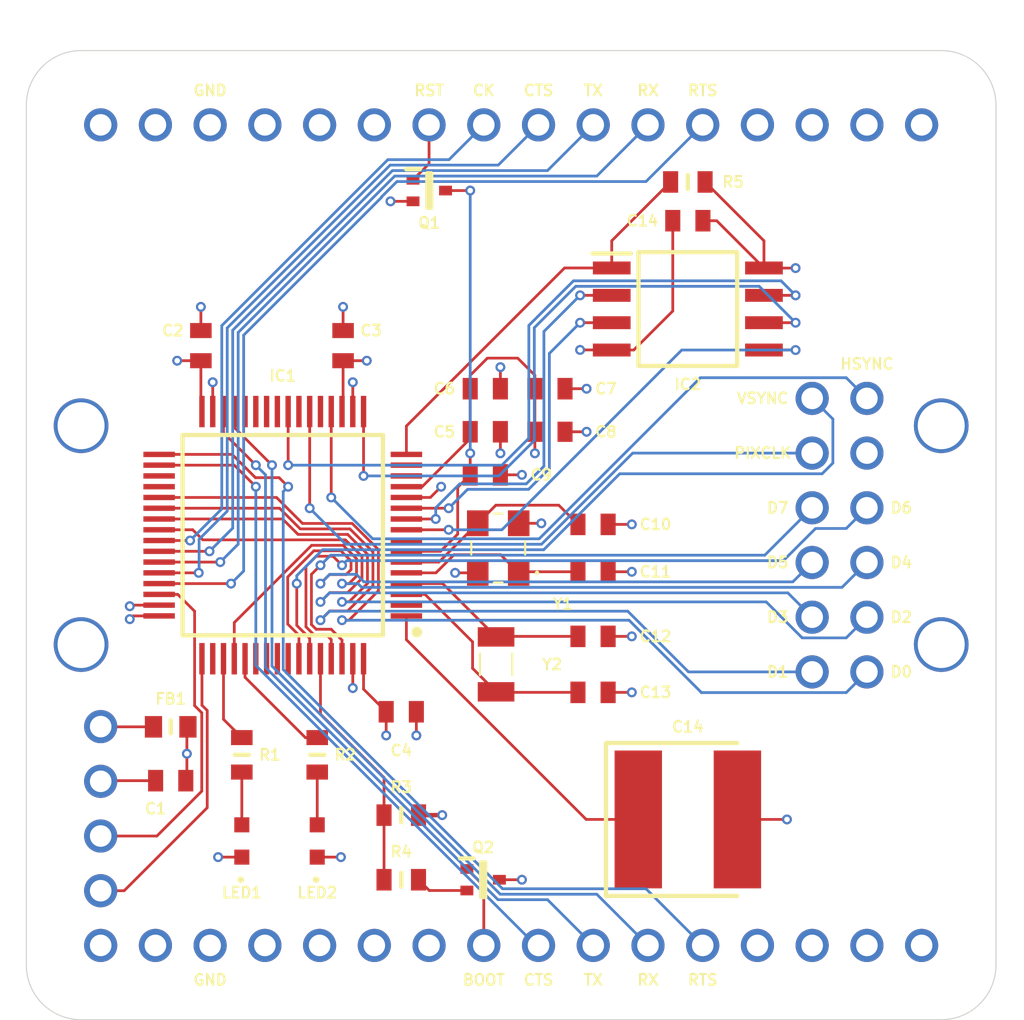
<source format=kicad_pcb>
(kicad_pcb (version 20171130) (host pcbnew 5.1.6-c6e7f7d~87~ubuntu18.04.1)
  (layers (0 F.Cu signal) (1 In1.Cu power hide) (2 In2.Cu power hide) (31 B.Cu signal) (34 B.Paste user) (35 F.Paste user) (36 B.SilkS user) (37 F.SilkS user) (38 B.Mask user) (39 F.Mask user) (44 Edge.Cuts user))
  (net 0 "")
  (net 1 GND)
  (net 2 /VBAT)
  (net 3 /VDD_FILT)
  (net 4 /NRST)
  (net 5 "Net-(C11-Pad1)")
  (net 6 "Net-(C12-Pad1)")
  (net 7 "Net-(C13-Pad1)")
  (net 8 VDD)
  (net 9 /DCMI_D7)
  (net 10 /DCMI_D6)
  (net 11 "Net-(IC1-Pad60)")
  (net 12 /DCMI_VSYNC)
  (net 13 /DCMI_D5)
  (net 14 "Net-(IC1-Pad57)")
  (net 15 "Net-(IC1-Pad56)")
  (net 16 "Net-(IC1-Pad55)")
  (net 17 "Net-(IC1-Pad54)")
  (net 18 /LED2)
  (net 19 /DCMI_D4)
  (net 20 /LED1)
  (net 21 "Net-(IC1-Pad50)")
  (net 22 /SWCLK)
  (net 23 /SWDIO)
  (net 24 /USART1_RTS)
  (net 25 /USART1_CTS)
  (net 26 /USART1_RX)
  (net 27 /USART1_TX)
  (net 28 /USART1_CK)
  (net 29 /DCMI_D3)
  (net 30 /DCMI_D2)
  (net 31 /DCMI_D1)
  (net 32 /DCMI_D0)
  (net 33 "Net-(IC1-Pad36)")
  (net 34 "Net-(IC1-Pad35)")
  (net 35 /LPUART_CTS)
  (net 36 /LPUART_RTS)
  (net 37 /LPUART_TX)
  (net 38 /LPUART_RX)
  (net 39 "Net-(IC1-Pad28)")
  (net 40 "Net-(IC1-Pad27)")
  (net 41 "Net-(IC1-Pad26)")
  (net 42 "Net-(IC1-Pad25)")
  (net 43 /QUADSPI_BK2_IO3)
  (net 44 "Net-(IC1-Pad23)")
  (net 45 /DCMI_PIXCLK)
  (net 46 "Net-(IC1-Pad21)")
  (net 47 /DCMI_HSYNC)
  (net 48 /QUADSPI_CLK)
  (net 49 /QUADSPI_BK1_NCS)
  (net 50 "Net-(IC1-Pad15)")
  (net 51 "Net-(IC1-Pad14)")
  (net 52 /QUADSPI_BK2_IO2)
  (net 53 /QUADSPI_BK2_IO1)
  (net 54 /QUADSPI_BK2_IO0)
  (net 55 "Net-(IC1-Pad8)")
  (net 56 "Net-(IC1-Pad2)")
  (net 57 "Net-(J2-Pad16)")
  (net 58 "Net-(J2-Pad15)")
  (net 59 "Net-(J2-Pad14)")
  (net 60 "Net-(J2-Pad13)")
  (net 61 /RST)
  (net 62 "Net-(J2-Pad6)")
  (net 63 "Net-(J2-Pad5)")
  (net 64 "Net-(J2-Pad4)")
  (net 65 "Net-(J2-Pad2)")
  (net 66 "Net-(J2-Pad1)")
  (net 67 /BOOT0)
  (net 68 "Net-(J4-Pad9)")
  (net 69 "Net-(LED1-Pad2)")
  (net 70 "Net-(LED2-Pad2)")
  (net 71 "Net-(Q2-Pad2)")
  (net 72 "Net-(J1-Pad16)")
  (net 73 "Net-(J1-Pad15)")
  (net 74 "Net-(J1-Pad14)")
  (net 75 "Net-(J1-Pad13)")
  (net 76 "Net-(J1-Pad6)")
  (net 77 "Net-(J1-Pad5)")
  (net 78 "Net-(J1-Pad4)")
  (net 79 "Net-(J1-Pad2)")
  (net 80 "Net-(J1-Pad1)")
  (net 81 "Net-(J2-Pad7)")
  (net 82 "Net-(C10-Pad1)")
  (module ta-expt:CAPPC5660X400N (layer F.Cu) (at 163.2 121.2)
    (fp_text reference C15 hide)
    (fp_text value 597D158X9004R2T hide)
    (pad 1 smd rect (at -2.3 0) (size 2.2 6.4) (layers F.Cu F.Paste F.Mask) (net 2 /VBAT))
    (pad 2 smd rect (at 2.3 0) (size 2.2 6.4) (layers F.Cu F.Paste F.Mask) (net 1 GND))
  )
  (module ta-expt:CAPC1608X90N (layer F.Cu) (at 139.2 119.4 180)
    (fp_text reference C1 hide)
    (fp_text value GRM188C71A475KE21D hide)
    (pad 1 smd rect (at -0.7 0 180) (size 0.7 1) (layers F.Cu F.Paste F.Mask) (net 3 /VDD_FILT))
    (pad 2 smd rect (at 0.7 0 180) (size 0.7 1) (layers F.Cu F.Paste F.Mask) (net 1 GND))
  )
  (module ta-expt:CAPC1608X90N (layer F.Cu) (at 140.6 99.2 90)
    (fp_text reference C2 hide)
    (fp_text value 0603ZC104JAT2A hide)
    (pad 1 smd rect (at -0.7 0 90) (size 0.7 1) (layers F.Cu F.Paste F.Mask) (net 3 /VDD_FILT))
    (pad 2 smd rect (at 0.7 0 90) (size 0.7 1) (layers F.Cu F.Paste F.Mask) (net 1 GND))
  )
  (module ta-expt:CAPC1608X90N (layer F.Cu) (at 147.2 99.2 90)
    (fp_text reference C3 hide)
    (fp_text value 0603ZC104JAT2A hide)
    (pad 1 smd rect (at -0.7 0 90) (size 0.7 1) (layers F.Cu F.Paste F.Mask) (net 3 /VDD_FILT))
    (pad 2 smd rect (at 0.7 0 90) (size 0.7 1) (layers F.Cu F.Paste F.Mask) (net 1 GND))
  )
  (module ta-expt:CAPC1608X90N (layer F.Cu) (at 149.9 116.2)
    (fp_text reference C4 hide)
    (fp_text value 0603ZC104JAT2A hide)
    (pad 1 smd rect (at -0.7 0) (size 0.7 1) (layers F.Cu F.Paste F.Mask) (net 3 /VDD_FILT))
    (pad 2 smd rect (at 0.7 0) (size 0.7 1) (layers F.Cu F.Paste F.Mask) (net 1 GND))
  )
  (module ta-expt:CAPC1608X90N (layer F.Cu) (at 153.8 103.2)
    (fp_text reference C5 hide)
    (fp_text value 0603ZC105JAT2A hide)
    (pad 1 smd rect (at -0.7 0) (size 0.7 1) (layers F.Cu F.Paste F.Mask) (net 3 /VDD_FILT))
    (pad 2 smd rect (at 0.7 0) (size 0.7 1) (layers F.Cu F.Paste F.Mask) (net 1 GND))
  )
  (module ta-expt:CAPC1608X90N (layer F.Cu) (at 153.8 101.2)
    (fp_text reference C6 hide)
    (fp_text value 0603ZC105JAT2A hide)
    (pad 1 smd rect (at -0.7 0) (size 0.7 1) (layers F.Cu F.Paste F.Mask) (net 3 /VDD_FILT))
    (pad 2 smd rect (at 0.7 0) (size 0.7 1) (layers F.Cu F.Paste F.Mask) (net 1 GND))
  )
  (module ta-expt:CAPC1608X90N (layer F.Cu) (at 156.8 101.2)
    (fp_text reference C7 hide)
    (fp_text value 0603ZC104JAT2A hide)
    (pad 1 smd rect (at -0.7 0) (size 0.7 1) (layers F.Cu F.Paste F.Mask) (net 3 /VDD_FILT))
    (pad 2 smd rect (at 0.7 0) (size 0.7 1) (layers F.Cu F.Paste F.Mask) (net 1 GND))
  )
  (module ta-expt:CAPC1608X50N (layer F.Cu) (at 156.8 103.2)
    (fp_text reference C8 hide)
    (fp_text value GRM1857U1A103JA44D hide)
    (pad 1 smd rect (at -0.7 0) (size 0.7 0.94) (layers F.Cu F.Paste F.Mask) (net 3 /VDD_FILT))
    (pad 2 smd rect (at 0.7 0) (size 0.7 0.94) (layers F.Cu F.Paste F.Mask) (net 1 GND))
  )
  (module ta-expt:CAPC1608X90N (layer F.Cu) (at 153.8 105.2)
    (fp_text reference C9 hide)
    (fp_text value 0603ZC104JAT2A hide)
    (pad 1 smd rect (at -0.7 0) (size 0.7 1) (layers F.Cu F.Paste F.Mask) (net 4 /NRST))
    (pad 2 smd rect (at 0.7 0) (size 0.7 1) (layers F.Cu F.Paste F.Mask) (net 1 GND))
  )
  (module ta-expt:CAPC1608X90N (layer F.Cu) (at 158.8 109.7)
    (fp_text reference C11 hide)
    (fp_text value 0603ZA220JAT2A hide)
    (pad 1 smd rect (at -0.7 0) (size 0.7 1) (layers F.Cu F.Paste F.Mask) (net 5 "Net-(C11-Pad1)"))
    (pad 2 smd rect (at 0.7 0) (size 0.7 1) (layers F.Cu F.Paste F.Mask) (net 1 GND))
  )
  (module ta-expt:CAPC1608X90N (layer F.Cu) (at 158.8 107.5)
    (fp_text reference C10 hide)
    (fp_text value 0603ZA220JAT2A hide)
    (pad 1 smd rect (at -0.7 0) (size 0.7 1) (layers F.Cu F.Paste F.Mask) (net 82 "Net-(C10-Pad1)"))
    (pad 2 smd rect (at 0.7 0) (size 0.7 1) (layers F.Cu F.Paste F.Mask) (net 1 GND))
  )
  (module ta-expt:CAPC1608X90N (layer F.Cu) (at 158.8 115.3)
    (fp_text reference C13 hide)
    (fp_text value 0603ZA220JAT2A hide)
    (pad 1 smd rect (at -0.7 0) (size 0.7 1) (layers F.Cu F.Paste F.Mask) (net 7 "Net-(C13-Pad1)"))
    (pad 2 smd rect (at 0.7 0) (size 0.7 1) (layers F.Cu F.Paste F.Mask) (net 1 GND))
  )
  (module ta-expt:CAPC1608X90N (layer F.Cu) (at 158.8 112.7)
    (fp_text reference C12 hide)
    (fp_text value 0603ZA220JAT2A hide)
    (pad 1 smd rect (at -0.7 0) (size 0.7 1) (layers F.Cu F.Paste F.Mask) (net 6 "Net-(C12-Pad1)"))
    (pad 2 smd rect (at 0.7 0) (size 0.7 1) (layers F.Cu F.Paste F.Mask) (net 1 GND))
  )
  (module ta-expt:CAPC1608X90N (layer F.Cu) (at 163.2 93.4 180)
    (fp_text reference C14 hide)
    (fp_text value 0603ZC104JAT2A hide)
    (pad 1 smd rect (at -0.7 0 180) (size 0.7 1) (layers F.Cu F.Paste F.Mask) (net 3 /VDD_FILT))
    (pad 2 smd rect (at 0.7 0 180) (size 0.7 1) (layers F.Cu F.Paste F.Mask) (net 1 GND))
  )
  (module ta-expt:BEADC1608X95N (layer F.Cu) (at 139.2 116.9)
    (fp_text reference FB1 hide)
    (fp_text value MMZ1608S601ATD25 hide)
    (pad 1 smd rect (at -0.8 0) (size 0.8 1) (layers F.Cu F.Paste F.Mask) (net 8 VDD))
    (pad 2 smd rect (at 0.8 0) (size 0.8 1) (layers F.Cu F.Paste F.Mask) (net 3 /VDD_FILT))
  )
  (module ta-expt:QFP50P1200X1200X160-64N (layer F.Cu) (at 144.4 108 180)
    (fp_text reference IC1 hide)
    (fp_text value STM32L496RGT3 hide)
    (pad 1 smd rect (at -5.738 -3.75 270) (size 0.25 1.46) (layers F.Cu F.Paste F.Mask) (net 2 /VBAT))
    (pad 2 smd rect (at -5.738 -3.25 270) (size 0.25 1.46) (layers F.Cu F.Paste F.Mask) (net 56 "Net-(IC1-Pad2)"))
    (pad 3 smd rect (at -5.738 -2.75 270) (size 0.25 1.46) (layers F.Cu F.Paste F.Mask) (net 7 "Net-(C13-Pad1)"))
    (pad 4 smd rect (at -5.738 -2.25 270) (size 0.25 1.46) (layers F.Cu F.Paste F.Mask) (net 6 "Net-(C12-Pad1)"))
    (pad 5 smd rect (at -5.738 -1.75 270) (size 0.25 1.46) (layers F.Cu F.Paste F.Mask) (net 5 "Net-(C11-Pad1)"))
    (pad 6 smd rect (at -5.738 -1.25 270) (size 0.25 1.46) (layers F.Cu F.Paste F.Mask) (net 82 "Net-(C10-Pad1)"))
    (pad 7 smd rect (at -5.738 -0.75 270) (size 0.25 1.46) (layers F.Cu F.Paste F.Mask) (net 4 /NRST))
    (pad 8 smd rect (at -5.738 -0.25 270) (size 0.25 1.46) (layers F.Cu F.Paste F.Mask) (net 55 "Net-(IC1-Pad8)"))
    (pad 9 smd rect (at -5.738 0.25 270) (size 0.25 1.46) (layers F.Cu F.Paste F.Mask) (net 54 /QUADSPI_BK2_IO0))
    (pad 10 smd rect (at -5.738 0.75 270) (size 0.25 1.46) (layers F.Cu F.Paste F.Mask) (net 53 /QUADSPI_BK2_IO1))
    (pad 11 smd rect (at -5.738 1.25 270) (size 0.25 1.46) (layers F.Cu F.Paste F.Mask) (net 52 /QUADSPI_BK2_IO2))
    (pad 12 smd rect (at -5.738 1.75 270) (size 0.25 1.46) (layers F.Cu F.Paste F.Mask) (net 1 GND))
    (pad 13 smd rect (at -5.738 2.25 270) (size 0.25 1.46) (layers F.Cu F.Paste F.Mask) (net 3 /VDD_FILT))
    (pad 14 smd rect (at -5.738 2.75 270) (size 0.25 1.46) (layers F.Cu F.Paste F.Mask) (net 51 "Net-(IC1-Pad14)"))
    (pad 15 smd rect (at -5.738 3.25 270) (size 0.25 1.46) (layers F.Cu F.Paste F.Mask) (net 50 "Net-(IC1-Pad15)"))
    (pad 16 smd rect (at -5.738 3.75 270) (size 0.25 1.46) (layers F.Cu F.Paste F.Mask) (net 49 /QUADSPI_BK1_NCS))
    (pad 17 smd rect (at -3.75 5.738 180) (size 0.25 1.46) (layers F.Cu F.Paste F.Mask) (net 48 /QUADSPI_CLK))
    (pad 18 smd rect (at -3.25 5.738 180) (size 0.25 1.46) (layers F.Cu F.Paste F.Mask) (net 1 GND))
    (pad 19 smd rect (at -2.75 5.738 180) (size 0.25 1.46) (layers F.Cu F.Paste F.Mask) (net 3 /VDD_FILT))
    (pad 20 smd rect (at -2.25 5.738 180) (size 0.25 1.46) (layers F.Cu F.Paste F.Mask) (net 47 /DCMI_HSYNC))
    (pad 21 smd rect (at -1.75 5.738 180) (size 0.25 1.46) (layers F.Cu F.Paste F.Mask) (net 46 "Net-(IC1-Pad21)"))
    (pad 22 smd rect (at -1.25 5.738 180) (size 0.25 1.46) (layers F.Cu F.Paste F.Mask) (net 45 /DCMI_PIXCLK))
    (pad 23 smd rect (at -0.75 5.738 180) (size 0.25 1.46) (layers F.Cu F.Paste F.Mask) (net 44 "Net-(IC1-Pad23)"))
    (pad 24 smd rect (at -0.25 5.738 180) (size 0.25 1.46) (layers F.Cu F.Paste F.Mask) (net 43 /QUADSPI_BK2_IO3))
    (pad 25 smd rect (at 0.25 5.738 180) (size 0.25 1.46) (layers F.Cu F.Paste F.Mask) (net 42 "Net-(IC1-Pad25)"))
    (pad 26 smd rect (at 0.75 5.738 180) (size 0.25 1.46) (layers F.Cu F.Paste F.Mask) (net 41 "Net-(IC1-Pad26)"))
    (pad 27 smd rect (at 1.25 5.738 180) (size 0.25 1.46) (layers F.Cu F.Paste F.Mask) (net 40 "Net-(IC1-Pad27)"))
    (pad 28 smd rect (at 1.75 5.738 180) (size 0.25 1.46) (layers F.Cu F.Paste F.Mask) (net 39 "Net-(IC1-Pad28)"))
    (pad 29 smd rect (at 2.25 5.738 180) (size 0.25 1.46) (layers F.Cu F.Paste F.Mask) (net 38 /LPUART_RX))
    (pad 30 smd rect (at 2.75 5.738 180) (size 0.25 1.46) (layers F.Cu F.Paste F.Mask) (net 37 /LPUART_TX))
    (pad 31 smd rect (at 3.25 5.738 180) (size 0.25 1.46) (layers F.Cu F.Paste F.Mask) (net 1 GND))
    (pad 32 smd rect (at 3.75 5.738 180) (size 0.25 1.46) (layers F.Cu F.Paste F.Mask) (net 3 /VDD_FILT))
    (pad 33 smd rect (at 5.738 3.75 270) (size 0.25 1.46) (layers F.Cu F.Paste F.Mask) (net 36 /LPUART_RTS))
    (pad 34 smd rect (at 5.738 3.25 270) (size 0.25 1.46) (layers F.Cu F.Paste F.Mask) (net 35 /LPUART_CTS))
    (pad 35 smd rect (at 5.738 2.75 270) (size 0.25 1.46) (layers F.Cu F.Paste F.Mask) (net 34 "Net-(IC1-Pad35)"))
    (pad 36 smd rect (at 5.738 2.25 270) (size 0.25 1.46) (layers F.Cu F.Paste F.Mask) (net 33 "Net-(IC1-Pad36)"))
    (pad 37 smd rect (at 5.738 1.75 270) (size 0.25 1.46) (layers F.Cu F.Paste F.Mask) (net 32 /DCMI_D0))
    (pad 38 smd rect (at 5.738 1.25 270) (size 0.25 1.46) (layers F.Cu F.Paste F.Mask) (net 31 /DCMI_D1))
    (pad 39 smd rect (at 5.738 0.75 270) (size 0.25 1.46) (layers F.Cu F.Paste F.Mask) (net 30 /DCMI_D2))
    (pad 40 smd rect (at 5.738 0.25 270) (size 0.25 1.46) (layers F.Cu F.Paste F.Mask) (net 29 /DCMI_D3))
    (pad 41 smd rect (at 5.738 -0.25 270) (size 0.25 1.46) (layers F.Cu F.Paste F.Mask) (net 28 /USART1_CK))
    (pad 42 smd rect (at 5.738 -0.75 270) (size 0.25 1.46) (layers F.Cu F.Paste F.Mask) (net 27 /USART1_TX))
    (pad 43 smd rect (at 5.738 -1.25 270) (size 0.25 1.46) (layers F.Cu F.Paste F.Mask) (net 26 /USART1_RX))
    (pad 44 smd rect (at 5.738 -1.75 270) (size 0.25 1.46) (layers F.Cu F.Paste F.Mask) (net 25 /USART1_CTS))
    (pad 45 smd rect (at 5.738 -2.25 270) (size 0.25 1.46) (layers F.Cu F.Paste F.Mask) (net 24 /USART1_RTS))
    (pad 46 smd rect (at 5.738 -2.75 270) (size 0.25 1.46) (layers F.Cu F.Paste F.Mask) (net 23 /SWDIO))
    (pad 47 smd rect (at 5.738 -3.25 270) (size 0.25 1.46) (layers F.Cu F.Paste F.Mask) (net 1 GND))
    (pad 48 smd rect (at 5.738 -3.75 270) (size 0.25 1.46) (layers F.Cu F.Paste F.Mask) (net 3 /VDD_FILT))
    (pad 49 smd rect (at 3.75 -5.738 180) (size 0.25 1.46) (layers F.Cu F.Paste F.Mask) (net 22 /SWCLK))
    (pad 50 smd rect (at 3.25 -5.738 180) (size 0.25 1.46) (layers F.Cu F.Paste F.Mask) (net 21 "Net-(IC1-Pad50)"))
    (pad 51 smd rect (at 2.75 -5.738 180) (size 0.25 1.46) (layers F.Cu F.Paste F.Mask) (net 20 /LED1))
    (pad 52 smd rect (at 2.25 -5.738 180) (size 0.25 1.46) (layers F.Cu F.Paste F.Mask) (net 19 /DCMI_D4))
    (pad 53 smd rect (at 1.75 -5.738 180) (size 0.25 1.46) (layers F.Cu F.Paste F.Mask) (net 18 /LED2))
    (pad 54 smd rect (at 1.25 -5.738 180) (size 0.25 1.46) (layers F.Cu F.Paste F.Mask) (net 17 "Net-(IC1-Pad54)"))
    (pad 55 smd rect (at 0.75 -5.738 180) (size 0.25 1.46) (layers F.Cu F.Paste F.Mask) (net 16 "Net-(IC1-Pad55)"))
    (pad 56 smd rect (at 0.25 -5.738 180) (size 0.25 1.46) (layers F.Cu F.Paste F.Mask) (net 15 "Net-(IC1-Pad56)"))
    (pad 57 smd rect (at -0.25 -5.738 180) (size 0.25 1.46) (layers F.Cu F.Paste F.Mask) (net 14 "Net-(IC1-Pad57)"))
    (pad 58 smd rect (at -0.75 -5.738 180) (size 0.25 1.46) (layers F.Cu F.Paste F.Mask) (net 13 /DCMI_D5))
    (pad 59 smd rect (at -1.25 -5.738 180) (size 0.25 1.46) (layers F.Cu F.Paste F.Mask) (net 12 /DCMI_VSYNC))
    (pad 60 smd rect (at -1.75 -5.738 180) (size 0.25 1.46) (layers F.Cu F.Paste F.Mask) (net 11 "Net-(IC1-Pad60)"))
    (pad 61 smd rect (at -2.25 -5.738 180) (size 0.25 1.46) (layers F.Cu F.Paste F.Mask) (net 10 /DCMI_D6))
    (pad 62 smd rect (at -2.75 -5.738 180) (size 0.25 1.46) (layers F.Cu F.Paste F.Mask) (net 9 /DCMI_D7))
    (pad 63 smd rect (at -3.25 -5.738 180) (size 0.25 1.46) (layers F.Cu F.Paste F.Mask) (net 1 GND))
    (pad 64 smd rect (at -3.75 -5.738 180) (size 0.25 1.46) (layers F.Cu F.Paste F.Mask) (net 3 /VDD_FILT))
  )
  (module ta-expt:SOIC127P790X216-8N (layer F.Cu) (at 163.2 97.5)
    (fp_text reference IC2 hide)
    (fp_text value IS25LP128F-JBLA3 hide)
    (pad 1 smd rect (at -3.532 -1.905 90) (size 0.6 1.75) (layers F.Cu F.Paste F.Mask) (net 49 /QUADSPI_BK1_NCS))
    (pad 2 smd rect (at -3.532 -0.635 90) (size 0.6 1.75) (layers F.Cu F.Paste F.Mask) (net 53 /QUADSPI_BK2_IO1))
    (pad 3 smd rect (at -3.532 0.635 90) (size 0.6 1.75) (layers F.Cu F.Paste F.Mask) (net 52 /QUADSPI_BK2_IO2))
    (pad 4 smd rect (at -3.532 1.905 90) (size 0.6 1.75) (layers F.Cu F.Paste F.Mask) (net 1 GND))
    (pad 5 smd rect (at 3.532 1.905 90) (size 0.6 1.75) (layers F.Cu F.Paste F.Mask) (net 54 /QUADSPI_BK2_IO0))
    (pad 6 smd rect (at 3.532 0.635 90) (size 0.6 1.75) (layers F.Cu F.Paste F.Mask) (net 48 /QUADSPI_CLK))
    (pad 7 smd rect (at 3.532 -0.635 90) (size 0.6 1.75) (layers F.Cu F.Paste F.Mask) (net 43 /QUADSPI_BK2_IO3))
    (pad 8 smd rect (at 3.532 -1.905 90) (size 0.6 1.75) (layers F.Cu F.Paste F.Mask) (net 3 /VDD_FILT))
  )
  (module ta-expt:PinSocket_4x1_TartanArtibeus (layer F.Cu) (at 135.95 120.7 180)
    (fp_text reference J3 hide)
    (fp_text value Conn_01x04)
    (pad 4 thru_hole circle (at 0 -3.81 180) (size 1.54 1.54) (drill 1) (layers *.Cu *.Mask) (net 22 /SWCLK))
    (pad 3 thru_hole circle (at 0 -1.27 180) (size 1.54 1.54) (drill 1) (layers *.Cu *.Mask) (net 23 /SWDIO))
    (pad 2 thru_hole circle (at 0 1.27 180) (size 1.54 1.54) (drill 1) (layers *.Cu *.Mask) (net 1 GND))
    (pad 1 thru_hole circle (at 0 3.81 180) (size 1.54 1.54) (drill 1) (layers *.Cu *.Mask) (net 8 VDD))
  )
  (module ta-expt:PinSocket_1x16_TartanArtibeus (layer F.Cu) (at 155 88.95)
    (fp_text reference J1 hide)
    (fp_text value Conn_01x16)
    (pad 16 thru_hole circle (at 19.05 0) (size 1.54 1.54) (drill 1) (layers *.Cu *.Mask) (net 72 "Net-(J1-Pad16)"))
    (pad 15 thru_hole circle (at 16.51 0) (size 1.54 1.54) (drill 1) (layers *.Cu *.Mask) (net 73 "Net-(J1-Pad15)"))
    (pad 14 thru_hole circle (at 13.97 0) (size 1.54 1.54) (drill 1) (layers *.Cu *.Mask) (net 74 "Net-(J1-Pad14)"))
    (pad 13 thru_hole circle (at 11.43 0) (size 1.54 1.54) (drill 1) (layers *.Cu *.Mask) (net 75 "Net-(J1-Pad13)"))
    (pad 12 thru_hole circle (at 8.89 0) (size 1.54 1.54) (drill 1) (layers *.Cu *.Mask) (net 24 /USART1_RTS))
    (pad 11 thru_hole circle (at 6.35 0) (size 1.54 1.54) (drill 1) (layers *.Cu *.Mask) (net 26 /USART1_RX))
    (pad 10 thru_hole circle (at 3.81 0) (size 1.54 1.54) (drill 1) (layers *.Cu *.Mask) (net 27 /USART1_TX))
    (pad 9 thru_hole circle (at 1.27 0) (size 1.54 1.54) (drill 1) (layers *.Cu *.Mask) (net 25 /USART1_CTS))
    (pad 8 thru_hole circle (at -1.27 0) (size 1.54 1.54) (drill 1) (layers *.Cu *.Mask) (net 28 /USART1_CK))
    (pad 7 thru_hole circle (at -3.81 0) (size 1.54 1.54) (drill 1) (layers *.Cu *.Mask) (net 61 /RST))
    (pad 6 thru_hole circle (at -6.35 0) (size 1.54 1.54) (drill 1) (layers *.Cu *.Mask) (net 76 "Net-(J1-Pad6)"))
    (pad 5 thru_hole circle (at -8.89 0) (size 1.54 1.54) (drill 1) (layers *.Cu *.Mask) (net 77 "Net-(J1-Pad5)"))
    (pad 4 thru_hole circle (at -11.43 0) (size 1.54 1.54) (drill 1) (layers *.Cu *.Mask) (net 78 "Net-(J1-Pad4)"))
    (pad 3 thru_hole circle (at -13.97 0) (size 1.54 1.54) (drill 1) (layers *.Cu *.Mask) (net 1 GND))
    (pad 2 thru_hole circle (at -16.51 0) (size 1.54 1.54) (drill 1) (layers *.Cu *.Mask) (net 79 "Net-(J1-Pad2)"))
    (pad 1 thru_hole circle (at -19.05 0) (size 1.54 1.54) (drill 1) (layers *.Cu *.Mask) (net 80 "Net-(J1-Pad1)"))
  )
  (module ta-expt:PinSocket_1x16_TartanArtibeus (layer F.Cu) (at 155 127.05)
    (fp_text reference J2 hide)
    (fp_text value Conn_01x16)
    (pad 16 thru_hole circle (at 19.05 0) (size 1.54 1.54) (drill 1) (layers *.Cu *.Mask) (net 57 "Net-(J2-Pad16)"))
    (pad 15 thru_hole circle (at 16.51 0) (size 1.54 1.54) (drill 1) (layers *.Cu *.Mask) (net 58 "Net-(J2-Pad15)"))
    (pad 14 thru_hole circle (at 13.97 0) (size 1.54 1.54) (drill 1) (layers *.Cu *.Mask) (net 59 "Net-(J2-Pad14)"))
    (pad 13 thru_hole circle (at 11.43 0) (size 1.54 1.54) (drill 1) (layers *.Cu *.Mask) (net 60 "Net-(J2-Pad13)"))
    (pad 12 thru_hole circle (at 8.89 0) (size 1.54 1.54) (drill 1) (layers *.Cu *.Mask) (net 36 /LPUART_RTS))
    (pad 11 thru_hole circle (at 6.35 0) (size 1.54 1.54) (drill 1) (layers *.Cu *.Mask) (net 38 /LPUART_RX))
    (pad 10 thru_hole circle (at 3.81 0) (size 1.54 1.54) (drill 1) (layers *.Cu *.Mask) (net 37 /LPUART_TX))
    (pad 9 thru_hole circle (at 1.27 0) (size 1.54 1.54) (drill 1) (layers *.Cu *.Mask) (net 35 /LPUART_CTS))
    (pad 8 thru_hole circle (at -1.27 0) (size 1.54 1.54) (drill 1) (layers *.Cu *.Mask) (net 67 /BOOT0))
    (pad 7 thru_hole circle (at -3.81 0) (size 1.54 1.54) (drill 1) (layers *.Cu *.Mask) (net 81 "Net-(J2-Pad7)"))
    (pad 6 thru_hole circle (at -6.35 0) (size 1.54 1.54) (drill 1) (layers *.Cu *.Mask) (net 62 "Net-(J2-Pad6)"))
    (pad 5 thru_hole circle (at -8.89 0) (size 1.54 1.54) (drill 1) (layers *.Cu *.Mask) (net 63 "Net-(J2-Pad5)"))
    (pad 4 thru_hole circle (at -11.43 0) (size 1.54 1.54) (drill 1) (layers *.Cu *.Mask) (net 64 "Net-(J2-Pad4)"))
    (pad 3 thru_hole circle (at -13.97 0) (size 1.54 1.54) (drill 1) (layers *.Cu *.Mask) (net 1 GND))
    (pad 2 thru_hole circle (at -16.51 0) (size 1.54 1.54) (drill 1) (layers *.Cu *.Mask) (net 65 "Net-(J2-Pad2)"))
    (pad 1 thru_hole circle (at -19.05 0) (size 1.54 1.54) (drill 1) (layers *.Cu *.Mask) (net 66 "Net-(J2-Pad1)"))
  )
  (module ta-expt:PinSocket_6x2_TartanArtibeus (layer F.Cu) (at 170.24 108 180)
    (fp_text reference J4 hide)
    (fp_text value Conn_02x06_Odd_Even)
    (pad 12 thru_hole circle (at 1.27 6.35 180) (size 1.54 1.54) (drill 1) (layers *.Cu *.Mask) (net 12 /DCMI_VSYNC))
    (pad 11 thru_hole circle (at -1.27 6.35 180) (size 1.54 1.54) (drill 1) (layers *.Cu *.Mask) (net 47 /DCMI_HSYNC))
    (pad 10 thru_hole circle (at 1.27 3.81 180) (size 1.54 1.54) (drill 1) (layers *.Cu *.Mask) (net 45 /DCMI_PIXCLK))
    (pad 9 thru_hole circle (at -1.27 3.81 180) (size 1.54 1.54) (drill 1) (layers *.Cu *.Mask) (net 68 "Net-(J4-Pad9)"))
    (pad 8 thru_hole circle (at 1.27 1.27 180) (size 1.54 1.54) (drill 1) (layers *.Cu *.Mask) (net 9 /DCMI_D7))
    (pad 7 thru_hole circle (at -1.27 1.27 180) (size 1.54 1.54) (drill 1) (layers *.Cu *.Mask) (net 10 /DCMI_D6))
    (pad 6 thru_hole circle (at 1.27 -1.27 180) (size 1.54 1.54) (drill 1) (layers *.Cu *.Mask) (net 13 /DCMI_D5))
    (pad 5 thru_hole circle (at -1.27 -1.27 180) (size 1.54 1.54) (drill 1) (layers *.Cu *.Mask) (net 19 /DCMI_D4))
    (pad 4 thru_hole circle (at 1.27 -3.81 180) (size 1.54 1.54) (drill 1) (layers *.Cu *.Mask) (net 29 /DCMI_D3))
    (pad 3 thru_hole circle (at -1.27 -3.81 180) (size 1.54 1.54) (drill 1) (layers *.Cu *.Mask) (net 30 /DCMI_D2))
    (pad 2 thru_hole circle (at 1.27 -6.35 180) (size 1.54 1.54) (drill 1) (layers *.Cu *.Mask) (net 31 /DCMI_D1))
    (pad 1 thru_hole circle (at -1.27 -6.35 180) (size 1.54 1.54) (drill 1) (layers *.Cu *.Mask) (net 32 /DCMI_D0))
  )
  (module ta-expt:MountingHoles_TartanArtibeus (layer F.Cu) (at 155 108)
    (fp_text reference J5 hide)
    (fp_text value Conn_01x04)
    (pad 4 thru_hole circle (at 19.96 5.08) (size 2.54 2.54) (drill 2.18) (layers *.Cu *.Mask) (net 1 GND))
    (pad 3 thru_hole circle (at -19.96 5.08) (size 2.54 2.54) (drill 2.18) (layers *.Cu *.Mask) (net 1 GND))
    (pad 2 thru_hole circle (at 19.96 -5.08) (size 2.54 2.54) (drill 2.18) (layers *.Cu *.Mask) (net 1 GND))
    (pad 1 thru_hole circle (at -19.96 -5.08) (size 2.54 2.54) (drill 2.18) (layers *.Cu *.Mask) (net 1 GND))
  )
  (module ta-expt:LGQ396PS35 (layer F.Cu) (at 142.5 122.2 90)
    (fp_text reference LED1 hide)
    (fp_text value LG_Q396-PS-35 hide)
    (pad 1 smd rect (at -0.75 0 180) (size 0.7 0.7) (layers F.Cu F.Paste F.Mask) (net 1 GND))
    (pad 2 smd rect (at 0.75 0 180) (size 0.7 0.7) (layers F.Cu F.Paste F.Mask) (net 69 "Net-(LED1-Pad2)"))
  )
  (module ta-expt:LGQ396PS35 (layer F.Cu) (at 146 122.2 90)
    (fp_text reference LED2 hide)
    (fp_text value LG_Q396-PS-35 hide)
    (pad 1 smd rect (at -0.75 0 180) (size 0.7 0.7) (layers F.Cu F.Paste F.Mask) (net 1 GND))
    (pad 2 smd rect (at 0.75 0 180) (size 0.7 0.7) (layers F.Cu F.Paste F.Mask) (net 70 "Net-(LED2-Pad2)"))
  )
  (module ta-expt:SOTFL50P160X78-3N (layer F.Cu) (at 151.2 92)
    (fp_text reference Q1 hide)
    (fp_text value FDY300NZ hide)
    (pad 1 smd rect (at -0.755 -0.5 90) (size 0.45 0.6) (layers F.Cu F.Paste F.Mask) (net 61 /RST))
    (pad 2 smd rect (at -0.755 0.5 90) (size 0.45 0.6) (layers F.Cu F.Paste F.Mask) (net 1 GND))
    (pad 3 smd rect (at 0.755 0 90) (size 0.45 0.6) (layers F.Cu F.Paste F.Mask) (net 4 /NRST))
  )
  (module ta-expt:SOTFL50P160X78-3N (layer F.Cu) (at 153.7 124)
    (fp_text reference Q2 hide)
    (fp_text value FDY300NZ hide)
    (pad 1 smd rect (at -0.755 -0.5 90) (size 0.45 0.6) (layers F.Cu F.Paste F.Mask) (net 67 /BOOT0))
    (pad 2 smd rect (at -0.755 0.5 90) (size 0.45 0.6) (layers F.Cu F.Paste F.Mask) (net 71 "Net-(Q2-Pad2)"))
    (pad 3 smd rect (at 0.755 0 90) (size 0.45 0.6) (layers F.Cu F.Paste F.Mask) (net 3 /VDD_FILT))
  )
  (module ta-expt:RESC1608X55N (layer F.Cu) (at 142.5 118.2 270)
    (fp_text reference R1 hide)
    (fp_text value MCT06030C1001FP500 hide)
    (pad 1 smd rect (at -0.8 0 270) (size 0.7 1) (layers F.Cu F.Paste F.Mask) (net 20 /LED1))
    (pad 2 smd rect (at 0.8 0 270) (size 0.7 1) (layers F.Cu F.Paste F.Mask) (net 69 "Net-(LED1-Pad2)"))
  )
  (module ta-expt:RESC1608X55N (layer F.Cu) (at 146 118.2 270)
    (fp_text reference R2 hide)
    (fp_text value MCT06030C1001FP500 hide)
    (pad 1 smd rect (at -0.8 0 270) (size 0.7 1) (layers F.Cu F.Paste F.Mask) (net 18 /LED2))
    (pad 2 smd rect (at 0.8 0 270) (size 0.7 1) (layers F.Cu F.Paste F.Mask) (net 70 "Net-(LED2-Pad2)"))
  )
  (module ta-expt:RESC1608X55N (layer F.Cu) (at 149.9 124 180)
    (fp_text reference R4 hide)
    (fp_text value MCT06030C1001FP500 hide)
    (pad 1 smd rect (at -0.8 0 180) (size 0.7 1) (layers F.Cu F.Paste F.Mask) (net 71 "Net-(Q2-Pad2)"))
    (pad 2 smd rect (at 0.8 0 180) (size 0.7 1) (layers F.Cu F.Paste F.Mask) (net 11 "Net-(IC1-Pad60)"))
  )
  (module ta-expt:RESC1608X55N (layer F.Cu) (at 149.9 121)
    (fp_text reference R3 hide)
    (fp_text value MCT06030C1002FP500 hide)
    (pad 1 smd rect (at -0.8 0) (size 0.7 1) (layers F.Cu F.Paste F.Mask) (net 11 "Net-(IC1-Pad60)"))
    (pad 2 smd rect (at 0.8 0) (size 0.7 1) (layers F.Cu F.Paste F.Mask) (net 1 GND))
  )
  (module ta-expt:RESC1608X55N (layer F.Cu) (at 163.2 91.6 180)
    (fp_text reference R5 hide)
    (fp_text value MCT06030C1002FP500 hide)
    (pad 1 smd rect (at -0.8 0 180) (size 0.7 1) (layers F.Cu F.Paste F.Mask) (net 3 /VDD_FILT))
    (pad 2 smd rect (at 0.8 0 180) (size 0.7 1) (layers F.Cu F.Paste F.Mask) (net 49 /QUADSPI_BK1_NCS))
  )
  (module ta-expt:ABM8AIG25000MHZ122ZT3 (layer F.Cu) (at 154.4 108.6 90)
    (fp_text reference Y1 hide)
    (fp_text value ABM8AIG-16.000MHZ-12-2Z-T hide)
    (pad 1 smd rect (at -1.15 0.95 180) (size 1 1.2) (layers F.Cu F.Paste F.Mask) (net 5 "Net-(C11-Pad1)"))
    (pad 2 smd rect (at 1.15 0.95 180) (size 1 1.2) (layers F.Cu F.Paste F.Mask) (net 1 GND))
    (pad 3 smd rect (at 1.15 -0.95 180) (size 1 1.2) (layers F.Cu F.Paste F.Mask) (net 82 "Net-(C10-Pad1)"))
    (pad 4 smd rect (at -1.15 -0.95 180) (size 1 1.2) (layers F.Cu F.Paste F.Mask) (net 1 GND))
  )
  (module ta-expt:ABS07AIG32768kHz71T (layer F.Cu) (at 154.3 114 90)
    (fp_text reference Y2 hide)
    (fp_text value ABS07AIG-32.768kHz-T hide)
    (pad 1 smd rect (at -1.275 0 90) (size 0.9 1.7) (layers F.Cu F.Paste F.Mask) (net 7 "Net-(C13-Pad1)"))
    (pad 2 smd rect (at 1.275 0 90) (size 0.9 1.7) (layers F.Cu F.Paste F.Mask) (net 6 "Net-(C12-Pad1)"))
  )
  (gr_text C14 (at 163.2 116.9) (layer F.SilkS) (effects (font (size 0.5 0.5) (thickness 0.1))))
  (gr_text C13 (at 161.7 115.3) (layer F.SilkS) (effects (font (size 0.5 0.5) (thickness 0.1))))
  (gr_text C12 (at 161.7 112.7) (layer F.SilkS) (effects (font (size 0.5 0.5) (thickness 0.1))))
  (gr_text C11 (at 161.7 109.7) (layer F.SilkS) (effects (font (size 0.5 0.5) (thickness 0.1))))
  (gr_text C10 (at 161.7 107.5) (layer F.SilkS) (effects (font (size 0.5 0.5) (thickness 0.1))))
  (gr_text Y2 (at 156.9 114) (layer F.SilkS) (effects (font (size 0.5 0.5) (thickness 0.1))))
  (gr_text Y1 (at 157.4 111.2) (layer F.SilkS) (effects (font (size 0.5 0.5) (thickness 0.1))))
  (gr_text IC2 (at 163.2 101) (layer F.SilkS) (effects (font (size 0.5 0.5) (thickness 0.1))))
  (gr_text C14 (at 161.1 93.4) (layer F.SilkS) (effects (font (size 0.5 0.5) (thickness 0.1))))
  (gr_text R5 (at 165.3 91.6) (layer F.SilkS) (effects (font (size 0.5 0.5) (thickness 0.1))))
  (gr_text C6 (at 151.9 101.2) (layer F.SilkS) (effects (font (size 0.5 0.5) (thickness 0.1))))
  (gr_text C5 (at 151.9 103.2) (layer F.SilkS) (effects (font (size 0.5 0.5) (thickness 0.1))))
  (gr_text C9 (at 156.4 105.2) (layer F.SilkS) (effects (font (size 0.5 0.5) (thickness 0.1))))
  (gr_text C8 (at 159.4 103.2) (layer F.SilkS) (effects (font (size 0.5 0.5) (thickness 0.1))))
  (gr_text C7 (at 159.4 101.2) (layer F.SilkS) (effects (font (size 0.5 0.5) (thickness 0.1))))
  (gr_text Q1 (at 151.2 93.5) (layer F.SilkS) (effects (font (size 0.5 0.5) (thickness 0.1))))
  (gr_text Q2 (at 153.7 122.5) (layer F.SilkS) (effects (font (size 0.5 0.5) (thickness 0.1))))
  (gr_text R4 (at 149.9 122.7) (layer F.SilkS) (effects (font (size 0.5 0.5) (thickness 0.1))))
  (gr_text R3 (at 149.9 119.7) (layer F.SilkS) (effects (font (size 0.5 0.5) (thickness 0.1))))
  (gr_text C4 (at 149.9 118) (layer F.SilkS) (effects (font (size 0.5 0.5) (thickness 0.1))))
  (gr_text C3 (at 148.5 98.5) (layer F.SilkS) (effects (font (size 0.5 0.5) (thickness 0.1))))
  (gr_text C2 (at 139.3 98.5) (layer F.SilkS) (effects (font (size 0.5 0.5) (thickness 0.1))))
  (gr_text IC1 (at 144.4 100.6) (layer F.SilkS) (effects (font (size 0.5 0.5) (thickness 0.1))))
  (gr_text LED1 (at 142.5 124.6) (layer F.SilkS) (effects (font (size 0.5 0.5) (thickness 0.1))))
  (gr_text LED2 (at 146 124.6) (layer F.SilkS) (effects (font (size 0.5 0.5) (thickness 0.1))))
  (gr_text R2 (at 147.3 118.2) (layer F.SilkS) (effects (font (size 0.5 0.5) (thickness 0.1))))
  (gr_text R1 (at 143.8 118.2) (layer F.SilkS) (effects (font (size 0.5 0.5) (thickness 0.1))))
  (gr_text C1 (at 138.5 120.7) (layer F.SilkS) (effects (font (size 0.5 0.5) (thickness 0.1))))
  (gr_text FB1 (at 139.2 115.6) (layer F.SilkS) (effects (font (size 0.5 0.5) (thickness 0.1))))
  (gr_text D0 (at 173.11 114.35) (layer F.SilkS) (effects (font (size 0.5 0.5) (thickness 0.1))))
  (gr_text D2 (at 173.11 111.81) (layer F.SilkS) (effects (font (size 0.5 0.5) (thickness 0.1))))
  (gr_text D4 (at 173.11 109.27) (layer F.SilkS) (effects (font (size 0.5 0.5) (thickness 0.1))))
  (gr_text D6 (at 173.11 106.73) (layer F.SilkS) (effects (font (size 0.5 0.5) (thickness 0.1))))
  (gr_text D1 (at 167.37 114.35) (layer F.SilkS) (effects (font (size 0.5 0.5) (thickness 0.1))))
  (gr_text D3 (at 167.37 111.81) (layer F.SilkS) (effects (font (size 0.5 0.5) (thickness 0.1))))
  (gr_text D5 (at 167.37 109.27) (layer F.SilkS) (effects (font (size 0.5 0.5) (thickness 0.1))))
  (gr_text D7 (at 167.37 106.73) (layer F.SilkS) (effects (font (size 0.5 0.5) (thickness 0.1))))
  (gr_text HSYNC (at 171.51 100.05) (layer F.SilkS) (effects (font (size 0.5 0.5) (thickness 0.1))))
  (gr_text PIXCLK (at 166.67 104.19) (layer F.SilkS) (effects (font (size 0.5 0.5) (thickness 0.1))))
  (gr_text VSYNC (at 166.67 101.65) (layer F.SilkS) (effects (font (size 0.5 0.5) (thickness 0.1))))
  (gr_text RTS (at 163.89 128.65) (layer F.SilkS) (effects (font (size 0.5 0.5) (thickness 0.1))))
  (gr_text RX (at 161.35 128.65) (layer F.SilkS) (effects (font (size 0.5 0.5) (thickness 0.1))))
  (gr_text TX (at 158.81 128.65) (layer F.SilkS) (effects (font (size 0.5 0.5) (thickness 0.1))))
  (gr_text CTS (at 156.27 128.65) (layer F.SilkS) (effects (font (size 0.5 0.5) (thickness 0.1))))
  (gr_text BOOT (at 153.73 128.65) (layer F.SilkS) (effects (font (size 0.5 0.5) (thickness 0.1))))
  (gr_text RTS (at 163.89 87.35) (layer F.SilkS) (effects (font (size 0.5 0.5) (thickness 0.1))))
  (gr_text RX (at 161.35 87.35) (layer F.SilkS) (effects (font (size 0.5 0.5) (thickness 0.1))))
  (gr_text TX (at 158.81 87.35) (layer F.SilkS) (effects (font (size 0.5 0.5) (thickness 0.1))))
  (gr_text CTS (at 156.27 87.35) (layer F.SilkS) (effects (font (size 0.5 0.5) (thickness 0.1))))
  (gr_text CK (at 153.73 87.35) (layer F.SilkS) (effects (font (size 0.5 0.5) (thickness 0.1))))
  (gr_text RST (at 151.19 87.35) (layer F.SilkS) (effects (font (size 0.5 0.5) (thickness 0.1))))
  (gr_text GND (at 141.03 128.65) (layer F.SilkS) (effects (font (size 0.5 0.5) (thickness 0.1))))
  (gr_text GND (at 141.03 87.35) (layer F.SilkS) (effects (font (size 0.5 0.5) (thickness 0.1))))
  (gr_arc (start 174.96 127.96) (end 174.96 130.5) (angle -90) (layer Edge.Cuts) (width 0.05))
  (gr_arc (start 135.04 127.96) (end 132.5 127.96) (angle -90) (layer Edge.Cuts) (width 0.05))
  (gr_arc (start 174.96 88.04) (end 177.5 88.04) (angle -90) (layer Edge.Cuts) (width 0.05))
  (gr_arc (start 135.04 88.04) (end 135.04 85.5) (angle -90) (layer Edge.Cuts) (width 0.05))
  (gr_line (start 177.5 88.04) (end 177.5 127.96) (layer Edge.Cuts) (width 0.05))
  (gr_line (start 132.5 88.04) (end 132.5 127.96) (layer Edge.Cuts) (width 0.05))
  (gr_line (start 135.04 130.5) (end 174.96 130.5) (layer Edge.Cuts) (width 0.05))
  (gr_line (start 135.04 85.5) (end 174.96 85.5) (layer Edge.Cuts) (width 0.05))
  (via (at 144.65 105.75) (size 0.4572) (drill 0.254) (layers F.Cu B.Cu) (net 36))
  (via (at 143.9 104.75) (size 0.4572) (drill 0.254) (layers F.Cu B.Cu) (net 38))
  (via (at 143.15 104.75) (size 0.4572) (drill 0.254) (layers F.Cu B.Cu) (net 37))
  (via (at 143.15 105.75) (size 0.4572) (drill 0.254) (layers F.Cu B.Cu) (net 35))
  (via (at 147.15 109.4) (size 0.4572) (drill 0.254) (layers F.Cu B.Cu) (net 10))
  (via (at 146.15 109.4) (size 0.4572) (drill 0.254) (layers F.Cu B.Cu) (net 9))
  (via (at 147.15 110.25) (size 0.4572) (drill 0.254) (layers F.Cu B.Cu) (net 19))
  (via (at 146.15 110.25) (size 0.4572) (drill 0.254) (layers F.Cu B.Cu) (net 13))
  (via (at 147.15 111.1) (size 0.4572) (drill 0.254) (layers F.Cu B.Cu) (net 30))
  (via (at 146.15 111.1) (size 0.4572) (drill 0.254) (layers F.Cu B.Cu) (net 29))
  (via (at 147.15 111.95) (size 0.4572) (drill 0.254) (layers F.Cu B.Cu) (net 32))
  (via (at 146.15 111.95) (size 0.4572) (drill 0.254) (layers F.Cu B.Cu) (net 31))
  (via (at 145.05 110.25) (size 0.4572) (drill 0.254) (layers F.Cu B.Cu) (net 12))
  (via (at 140.1 108.25) (size 0.4572) (drill 0.254) (layers F.Cu B.Cu) (net 28))
  (via (at 141 108.75) (size 0.4572) (drill 0.254) (layers F.Cu B.Cu) (net 27))
  (via (at 141.5 109.25) (size 0.4572) (drill 0.254) (layers F.Cu B.Cu) (net 26))
  (via (at 140.5 109.75) (size 0.4572) (drill 0.254) (layers F.Cu B.Cu) (net 25))
  (via (at 142 110.25) (size 0.4572) (drill 0.254) (layers F.Cu B.Cu) (net 24))
  (via (at 146.65 106.25) (size 0.4572) (drill 0.254) (layers F.Cu B.Cu) (net 47))
  (via (at 145.65 106.75) (size 0.4572) (drill 0.254) (layers F.Cu B.Cu) (net 45))
  (via (at 148.15 105.25) (size 0.4572) (drill 0.254) (layers F.Cu B.Cu) (net 48))
  (via (at 144.65 104.75) (size 0.4572) (drill 0.254) (layers F.Cu B.Cu) (net 43))
  (via (at 151.75 105.75) (size 0.4572) (drill 0.254) (layers F.Cu B.Cu) (net 1))
  (via (at 152.1 106.75) (size 0.4572) (drill 0.254) (layers F.Cu B.Cu) (net 52))
  (via (at 151.5 107.25) (size 0.4572) (drill 0.254) (layers F.Cu B.Cu) (net 53))
  (via (at 152.1 107.75) (size 0.4572) (drill 0.254) (layers F.Cu B.Cu) (net 54))
  (via (at 158.2 98.135) (size 0.4572) (drill 0.254) (layers F.Cu B.Cu) (net 52))
  (via (at 158.2 96.865) (size 0.4572) (drill 0.254) (layers F.Cu B.Cu) (net 53))
  (via (at 168.2 96.865) (size 0.4572) (drill 0.254) (layers F.Cu B.Cu) (net 43))
  (via (at 168.2 98.135) (size 0.4572) (drill 0.254) (layers F.Cu B.Cu) (net 48))
  (via (at 168.2 99.405) (size 0.4572) (drill 0.254) (layers F.Cu B.Cu) (net 54))
  (via (at 153.1 92) (size 0.4572) (drill 0.254) (layers F.Cu B.Cu) (net 4))
  (via (at 147.65 100.9) (size 0.4572) (drill 0.254) (layers F.Cu B.Cu) (net 1))
  (via (at 141.15 100.9) (size 0.4572) (drill 0.254) (layers F.Cu B.Cu) (net 1))
  (via (at 137.3 111.9) (size 0.4572) (drill 0.254) (layers F.Cu B.Cu) (net 3))
  (via (at 137.3 111.3) (size 0.4572) (drill 0.254) (layers F.Cu B.Cu) (net 1))
  (via (at 147.65 115.1) (size 0.4572) (drill 0.254) (layers F.Cu B.Cu) (net 1))
  (via (at 150.6 117.3) (size 0.4572) (drill 0.254) (layers F.Cu B.Cu) (net 1))
  (via (at 140.6 97.4) (size 0.4572) (drill 0.254) (layers F.Cu B.Cu) (net 1))
  (via (at 147.2 97.4) (size 0.4572) (drill 0.254) (layers F.Cu B.Cu) (net 1))
  (via (at 160.6 109.7) (size 0.4572) (drill 0.254) (layers F.Cu B.Cu) (net 1))
  (via (at 160.6 112.7) (size 0.4572) (drill 0.254) (layers F.Cu B.Cu) (net 1))
  (via (at 160.6 115.3) (size 0.4572) (drill 0.254) (layers F.Cu B.Cu) (net 1))
  (via (at 160.6 107.5) (size 0.4572) (drill 0.254) (layers F.Cu B.Cu) (net 1))
  (via (at 139.5 99.9) (size 0.4572) (drill 0.254) (layers F.Cu B.Cu) (net 3))
  (via (at 148.3 99.9) (size 0.4572) (drill 0.254) (layers F.Cu B.Cu) (net 3))
  (via (at 149.4 92.5) (size 0.4572) (drill 0.254) (layers F.Cu B.Cu) (net 1))
  (via (at 158.2 99.4) (size 0.4572) (drill 0.254) (layers F.Cu B.Cu) (net 1))
  (via (at 168.2 95.6) (size 0.4572) (drill 0.254) (layers F.Cu B.Cu) (net 3))
  (via (at 153.1 104.2) (size 0.4572) (drill 0.254) (layers F.Cu B.Cu) (net 4))
  (via (at 156.1 104.2) (size 0.4572) (drill 0.254) (layers F.Cu B.Cu) (net 3))
  (via (at 155.5 105.2) (size 0.4572) (drill 0.254) (layers F.Cu B.Cu) (net 1))
  (via (at 158.5 101.2) (size 0.4572) (drill 0.254) (layers F.Cu B.Cu) (net 1))
  (via (at 158.5 103.2) (size 0.4572) (drill 0.254) (layers F.Cu B.Cu) (net 1))
  (via (at 154.5 100.2) (size 0.4572) (drill 0.254) (layers F.Cu B.Cu) (net 1))
  (via (at 154.5 104.2) (size 0.4572) (drill 0.254) (layers F.Cu B.Cu) (net 1))
  (via (at 156.4 107.45) (size 0.4572) (drill 0.254) (layers F.Cu B.Cu) (net 1))
  (via (at 152.4 109.75) (size 0.4572) (drill 0.254) (layers F.Cu B.Cu) (net 1))
  (via (at 167.8 121.2) (size 0.4572) (drill 0.254) (layers F.Cu B.Cu) (net 1))
  (via (at 155.5 124) (size 0.4572) (drill 0.254) (layers F.Cu B.Cu) (net 3))
  (via (at 149.2 117.3) (size 0.4572) (drill 0.254) (layers F.Cu B.Cu) (net 3))
  (via (at 151.8 121) (size 0.4572) (drill 0.254) (layers F.Cu B.Cu) (net 1))
  (via (at 141.4 122.95) (size 0.4572) (drill 0.254) (layers F.Cu B.Cu) (net 1))
  (via (at 147.1 122.95) (size 0.4572) (drill 0.254) (layers F.Cu B.Cu) (net 1))
  (segment (start 150.7 121) (end 151.8 121) (width 0.2032) (layer F.Cu) (net 1))
  (segment (start 135.98 119.4) (end 135.95 119.43) (width 0.127) (layer F.Cu) (net 1))
  (segment (start 138.5 119.4) (end 135.98 119.4) (width 0.127) (layer F.Cu) (net 1))
  (segment (start 140.6 98.5) (end 140.6 97.4) (width 0.127) (layer F.Cu) (net 1))
  (segment (start 147.2 98.5) (end 147.2 97.4) (width 0.127) (layer F.Cu) (net 1))
  (segment (start 150.6 117.3) (end 150.6 116.2) (width 0.127) (layer F.Cu) (net 1))
  (segment (start 158.5 101.2) (end 157.5 101.2) (width 0.127) (layer F.Cu) (net 1))
  (segment (start 158.5 103.2) (end 157.5 103.2) (width 0.127) (layer F.Cu) (net 1))
  (segment (start 154.5 100.2) (end 154.5 101.2) (width 0.127) (layer F.Cu) (net 1))
  (segment (start 154.5 104.2) (end 154.5 103.2) (width 0.127) (layer F.Cu) (net 1))
  (segment (start 155.5 105.2) (end 154.5 105.2) (width 0.127) (layer F.Cu) (net 1))
  (segment (start 160.6 107.5) (end 159.5 107.5) (width 0.127) (layer F.Cu) (net 1))
  (segment (start 160.6 109.7) (end 159.5 109.7) (width 0.127) (layer F.Cu) (net 1))
  (segment (start 160.6 112.7) (end 159.5 112.7) (width 0.127) (layer F.Cu) (net 1))
  (segment (start 160.6 115.3) (end 159.5 115.3) (width 0.127) (layer F.Cu) (net 1))
  (segment (start 167.8 121.2) (end 165.5 121.2) (width 0.127) (layer F.Cu) (net 1))
  (segment (start 141.4 122.95) (end 142.5 122.95) (width 0.127) (layer F.Cu) (net 1))
  (segment (start 147.1 122.95) (end 146 122.95) (width 0.127) (layer F.Cu) (net 1))
  (segment (start 149.4 92.5) (end 150.445 92.5) (width 0.127) (layer F.Cu) (net 1))
  (segment (start 156.4 107.45) (end 155.35 107.45) (width 0.127) (layer F.Cu) (net 1))
  (segment (start 152.4 109.75) (end 153.45 109.75) (width 0.127) (layer F.Cu) (net 1))
  (segment (start 159.663 99.4) (end 159.668 99.405) (width 0.127) (layer F.Cu) (net 1))
  (segment (start 158.2 99.4) (end 159.663 99.4) (width 0.127) (layer F.Cu) (net 1))
  (segment (start 160.6875 99.405) (end 159.668 99.405) (width 0.127) (layer F.Cu) (net 1))
  (segment (start 162.5 97.5925) (end 160.6875 99.405) (width 0.127) (layer F.Cu) (net 1))
  (segment (start 162.5 93.4) (end 162.5 97.5925) (width 0.127) (layer F.Cu) (net 1))
  (segment (start 147.65 113.738) (end 147.65 115.1) (width 0.127) (layer F.Cu) (net 1))
  (segment (start 141.15 100.9) (end 141.15 102.262) (width 0.127) (layer F.Cu) (net 1))
  (segment (start 147.65 100.9) (end 147.65 102.262) (width 0.127) (layer F.Cu) (net 1))
  (segment (start 137.35 111.25) (end 137.3 111.3) (width 0.127) (layer F.Cu) (net 1))
  (segment (start 138.662 111.25) (end 137.35 111.25) (width 0.127) (layer F.Cu) (net 1))
  (segment (start 151.25 106.25) (end 150.138 106.25) (width 0.127) (layer F.Cu) (net 1))
  (segment (start 151.75 105.75) (end 151.25 106.25) (width 0.127) (layer F.Cu) (net 1))
  (segment (start 150.138 112.855902) (end 158.482098 121.2) (width 0.127) (layer F.Cu) (net 2))
  (segment (start 158.482098 121.2) (end 160.9 121.2) (width 0.127) (layer F.Cu) (net 2))
  (segment (start 150.138 111.75) (end 150.138 112.855902) (width 0.127) (layer F.Cu) (net 2))
  (via (at 139.95 118.15) (size 0.4572) (drill 0.254) (layers F.Cu B.Cu) (net 3))
  (segment (start 139.95 116.95) (end 140 116.9) (width 0.127) (layer F.Cu) (net 3))
  (segment (start 139.95 118.15) (end 139.95 116.95) (width 0.127) (layer F.Cu) (net 3))
  (segment (start 139.95 119.35) (end 139.9 119.4) (width 0.127) (layer F.Cu) (net 3))
  (segment (start 139.95 118.15) (end 139.95 119.35) (width 0.127) (layer F.Cu) (net 3))
  (segment (start 140.6 99.9) (end 139.5 99.9) (width 0.127) (layer F.Cu) (net 3))
  (segment (start 140.6 102.212) (end 140.65 102.262) (width 0.127) (layer F.Cu) (net 3))
  (segment (start 140.6 99.9) (end 140.6 102.212) (width 0.127) (layer F.Cu) (net 3))
  (segment (start 147.2 99.9) (end 148.3 99.9) (width 0.127) (layer F.Cu) (net 3))
  (segment (start 147.2 102.212) (end 147.15 102.262) (width 0.127) (layer F.Cu) (net 3))
  (segment (start 147.2 99.9) (end 147.2 102.212) (width 0.127) (layer F.Cu) (net 3))
  (segment (start 149.2 117.3) (end 149.2 116.2) (width 0.127) (layer F.Cu) (net 3))
  (segment (start 156.1 104.2) (end 156.1 103.2) (width 0.127) (layer F.Cu) (net 3))
  (segment (start 156.1 103.2) (end 156.1 101.2) (width 0.127) (layer F.Cu) (net 3))
  (segment (start 153.1 100.578) (end 153.1 101.2) (width 0.127) (layer F.Cu) (net 3))
  (segment (start 155.302899 99.780899) (end 153.897101 99.780899) (width 0.127) (layer F.Cu) (net 3))
  (segment (start 153.897101 99.780899) (end 153.1 100.578) (width 0.127) (layer F.Cu) (net 3))
  (segment (start 156.1 100.578) (end 155.302899 99.780899) (width 0.127) (layer F.Cu) (net 3))
  (segment (start 156.1 101.2) (end 156.1 100.578) (width 0.127) (layer F.Cu) (net 3))
  (segment (start 153.1 101.2) (end 153.1 103.2) (width 0.127) (layer F.Cu) (net 3))
  (segment (start 153.1 103.518402) (end 153.1 103.2) (width 0.127) (layer F.Cu) (net 3))
  (segment (start 150.868402 105.75) (end 153.1 103.518402) (width 0.127) (layer F.Cu) (net 3))
  (segment (start 150.138 105.75) (end 150.868402 105.75) (width 0.127) (layer F.Cu) (net 3))
  (segment (start 155.5 124) (end 154.455 124) (width 0.127) (layer F.Cu) (net 3))
  (segment (start 166.737 95.6) (end 166.732 95.595) (width 0.127) (layer F.Cu) (net 3))
  (segment (start 168.2 95.6) (end 166.737 95.6) (width 0.127) (layer F.Cu) (net 3))
  (segment (start 164.537 93.4) (end 166.732 95.595) (width 0.127) (layer F.Cu) (net 3))
  (segment (start 163.9 93.4) (end 164.537 93.4) (width 0.127) (layer F.Cu) (net 3))
  (segment (start 166.732 94.332) (end 164 91.6) (width 0.127) (layer F.Cu) (net 3))
  (segment (start 166.732 95.595) (end 166.732 94.332) (width 0.127) (layer F.Cu) (net 3))
  (segment (start 148.15 115.15) (end 149.2 116.2) (width 0.127) (layer F.Cu) (net 3))
  (segment (start 148.15 113.738) (end 148.15 115.15) (width 0.127) (layer F.Cu) (net 3))
  (segment (start 137.45 111.75) (end 137.3 111.9) (width 0.127) (layer F.Cu) (net 3))
  (segment (start 138.662 111.75) (end 137.45 111.75) (width 0.127) (layer F.Cu) (net 3))
  (segment (start 153.1 104.2) (end 153.1 105.2) (width 0.127) (layer F.Cu) (net 4))
  (segment (start 151.72027 108.75) (end 150.138 108.75) (width 0.127) (layer F.Cu) (net 4))
  (segment (start 152.519101 105.780899) (end 152.519101 107.951169) (width 0.127) (layer F.Cu) (net 4))
  (segment (start 152.519101 107.951169) (end 151.72027 108.75) (width 0.127) (layer F.Cu) (net 4))
  (segment (start 153.1 105.2) (end 152.519101 105.780899) (width 0.127) (layer F.Cu) (net 4))
  (segment (start 153.1 92) (end 151.955 92) (width 0.127) (layer F.Cu) (net 4))
  (segment (start 153.1 92) (end 153.1 104.2) (width 0.127) (layer B.Cu) (net 4))
  (segment (start 155.4 109.7) (end 155.35 109.75) (width 0.127) (layer F.Cu) (net 5))
  (segment (start 158.1 109.7) (end 155.4 109.7) (width 0.127) (layer F.Cu) (net 5))
  (segment (start 151.509224 109.75) (end 150.138 109.75) (width 0.127) (layer F.Cu) (net 5))
  (segment (start 152.349725 108.909499) (end 151.509224 109.75) (width 0.127) (layer F.Cu) (net 5))
  (segment (start 154.509499 108.909499) (end 152.349725 108.909499) (width 0.127) (layer F.Cu) (net 5))
  (segment (start 155.35 109.75) (end 154.509499 108.909499) (width 0.127) (layer F.Cu) (net 5))
  (segment (start 154.325 112.7) (end 154.3 112.725) (width 0.127) (layer F.Cu) (net 6))
  (segment (start 158.1 112.7) (end 154.325 112.7) (width 0.127) (layer F.Cu) (net 6))
  (segment (start 151.825 110.25) (end 154.3 112.725) (width 0.127) (layer F.Cu) (net 6))
  (segment (start 150.138 110.25) (end 151.825 110.25) (width 0.127) (layer F.Cu) (net 6))
  (segment (start 154.325 115.3) (end 154.3 115.275) (width 0.127) (layer F.Cu) (net 7))
  (segment (start 158.1 115.3) (end 154.325 115.3) (width 0.127) (layer F.Cu) (net 7))
  (segment (start 153.209499 114.184499) (end 154.3 115.275) (width 0.127) (layer F.Cu) (net 7))
  (segment (start 151.0025 110.75) (end 153.209499 112.956999) (width 0.127) (layer F.Cu) (net 7))
  (segment (start 153.209499 112.956999) (end 153.209499 114.184499) (width 0.127) (layer F.Cu) (net 7))
  (segment (start 150.138 110.75) (end 151.0025 110.75) (width 0.127) (layer F.Cu) (net 7))
  (segment (start 135.96 116.9) (end 135.95 116.89) (width 0.127) (layer F.Cu) (net 8))
  (segment (start 138.4 116.9) (end 135.96 116.9) (width 0.127) (layer F.Cu) (net 8))
  (segment (start 145.730899 109.819101) (end 146.15 109.4) (width 0.127) (layer F.Cu) (net 9))
  (segment (start 145.730899 112.151169) (end 145.730899 109.819101) (width 0.127) (layer F.Cu) (net 9))
  (segment (start 145.948831 112.369101) (end 145.730899 112.151169) (width 0.127) (layer F.Cu) (net 9))
  (segment (start 147.15 112.8735) (end 146.645601 112.369101) (width 0.127) (layer F.Cu) (net 9))
  (segment (start 146.645601 112.369101) (end 145.948831 112.369101) (width 0.127) (layer F.Cu) (net 9))
  (segment (start 147.15 113.738) (end 147.15 112.8735) (width 0.127) (layer F.Cu) (net 9))
  (segment (start 166.768871 108.931129) (end 168.97 106.73) (width 0.127) (layer B.Cu) (net 9))
  (segment (start 146.618871 108.931129) (end 166.768871 108.931129) (width 0.127) (layer B.Cu) (net 9))
  (segment (start 146.15 109.4) (end 146.618871 108.931129) (width 0.127) (layer B.Cu) (net 9))
  (segment (start 146.730899 108.980899) (end 147.15 109.4) (width 0.127) (layer F.Cu) (net 10))
  (segment (start 145.948831 108.980899) (end 146.730899 108.980899) (width 0.127) (layer F.Cu) (net 10))
  (segment (start 145.47689 112.256384) (end 145.47689 109.45284) (width 0.127) (layer F.Cu) (net 10))
  (segment (start 145.47689 109.45284) (end 145.948831 108.980899) (width 0.127) (layer F.Cu) (net 10))
  (segment (start 145.843616 112.62311) (end 145.47689 112.256384) (width 0.127) (layer F.Cu) (net 10))
  (segment (start 146.423111 112.623111) (end 145.843616 112.62311) (width 0.127) (layer F.Cu) (net 10))
  (segment (start 146.65 112.85) (end 146.423111 112.623111) (width 0.127) (layer F.Cu) (net 10))
  (segment (start 146.65 113.738) (end 146.65 112.85) (width 0.127) (layer F.Cu) (net 10))
  (segment (start 170.549499 107.690501) (end 171.51 106.73) (width 0.127) (layer B.Cu) (net 10))
  (segment (start 169.127957 107.690501) (end 170.549499 107.690501) (width 0.127) (layer B.Cu) (net 10))
  (segment (start 167.633318 109.18514) (end 169.127957 107.690501) (width 0.127) (layer B.Cu) (net 10))
  (segment (start 147.36486 109.18514) (end 167.633318 109.18514) (width 0.127) (layer B.Cu) (net 10))
  (segment (start 147.15 109.4) (end 147.36486 109.18514) (width 0.127) (layer B.Cu) (net 10))
  (segment (start 149.1 121) (end 149.1 124) (width 0.127) (layer F.Cu) (net 11))
  (segment (start 149.1 119.257098) (end 149.1 121) (width 0.127) (layer F.Cu) (net 11))
  (segment (start 146.15 116.307098) (end 149.1 119.257098) (width 0.127) (layer F.Cu) (net 11))
  (segment (start 146.15 113.738) (end 146.15 116.307098) (width 0.127) (layer F.Cu) (net 11))
  (segment (start 169.431041 105.150501) (end 160.038217 105.150501) (width 0.127) (layer B.Cu) (net 12))
  (segment (start 169.930501 102.610501) (end 169.930501 104.651041) (width 0.127) (layer B.Cu) (net 12))
  (segment (start 160.038217 105.150501) (end 156.511598 108.67712) (width 0.127) (layer B.Cu) (net 12))
  (segment (start 169.930501 104.651041) (end 169.431041 105.150501) (width 0.127) (layer B.Cu) (net 12))
  (segment (start 168.97 101.65) (end 169.930501 102.610501) (width 0.127) (layer B.Cu) (net 12))
  (segment (start 145.05 112.188718) (end 145.05 110.25) (width 0.127) (layer F.Cu) (net 12))
  (segment (start 145.65 112.788718) (end 145.05 112.188718) (width 0.127) (layer F.Cu) (net 12))
  (segment (start 145.65 113.738) (end 145.65 112.788718) (width 0.127) (layer F.Cu) (net 12))
  (segment (start 146.25261 108.67712) (end 156.511598 108.67712) (width 0.127) (layer B.Cu) (net 12))
  (segment (start 145.05 109.87973) (end 146.25261 108.67712) (width 0.127) (layer B.Cu) (net 12))
  (segment (start 145.05 110.25) (end 145.05 109.87973) (width 0.127) (layer B.Cu) (net 12))
  (segment (start 146.569101 109.830899) (end 146.15 110.25) (width 0.127) (layer F.Cu) (net 13))
  (segment (start 147.569101 109.601169) (end 147.339371 109.830899) (width 0.127) (layer F.Cu) (net 13))
  (segment (start 147.569101 109.198831) (end 147.569101 109.601169) (width 0.127) (layer F.Cu) (net 13))
  (segment (start 147.09716 108.72689) (end 147.569101 109.198831) (width 0.127) (layer F.Cu) (net 13))
  (segment (start 145.843616 108.72689) (end 147.09716 108.72689) (width 0.127) (layer F.Cu) (net 13))
  (segment (start 144.630899 109.939607) (end 145.843616 108.72689) (width 0.127) (layer F.Cu) (net 13))
  (segment (start 147.339371 109.830899) (end 146.569101 109.830899) (width 0.127) (layer F.Cu) (net 13))
  (segment (start 144.630899 112.128841) (end 144.630899 109.939607) (width 0.127) (layer F.Cu) (net 13))
  (segment (start 145.15 112.647942) (end 144.630899 112.128841) (width 0.127) (layer F.Cu) (net 13))
  (segment (start 145.15 113.738) (end 145.15 112.647942) (width 0.127) (layer F.Cu) (net 13))
  (segment (start 146.580899 109.819101) (end 146.15 110.25) (width 0.127) (layer B.Cu) (net 13))
  (segment (start 147.819101 109.819101) (end 146.580899 109.819101) (width 0.127) (layer B.Cu) (net 13))
  (segment (start 148.169101 110.169101) (end 147.819101 109.819101) (width 0.127) (layer B.Cu) (net 13))
  (segment (start 168.070899 110.169101) (end 148.169101 110.169101) (width 0.127) (layer B.Cu) (net 13))
  (segment (start 168.97 109.27) (end 168.070899 110.169101) (width 0.127) (layer B.Cu) (net 13))
  (segment (start 145.4475 117.4) (end 146 117.4) (width 0.127) (layer F.Cu) (net 18))
  (segment (start 142.65 114.6025) (end 145.4475 117.4) (width 0.127) (layer F.Cu) (net 18))
  (segment (start 142.65 113.738) (end 142.65 114.6025) (width 0.127) (layer F.Cu) (net 18))
  (segment (start 147.473289 110.25) (end 147.15 110.25) (width 0.127) (layer F.Cu) (net 19))
  (segment (start 147.823111 109.093617) (end 147.823111 109.900178) (width 0.127) (layer F.Cu) (net 19))
  (segment (start 147.202375 108.472881) (end 147.823111 109.093617) (width 0.127) (layer F.Cu) (net 19))
  (segment (start 147.823111 109.900178) (end 147.473289 110.25) (width 0.127) (layer F.Cu) (net 19))
  (segment (start 145.738402 108.47288) (end 147.202375 108.472881) (width 0.127) (layer F.Cu) (net 19))
  (segment (start 142.15 112.061282) (end 145.738402 108.47288) (width 0.127) (layer F.Cu) (net 19))
  (segment (start 142.15 113.738) (end 142.15 112.061282) (width 0.127) (layer F.Cu) (net 19))
  (segment (start 148.063887 110.423111) (end 170.356889 110.423111) (width 0.127) (layer B.Cu) (net 19))
  (segment (start 147.890776 110.25) (end 148.063887 110.423111) (width 0.127) (layer B.Cu) (net 19))
  (segment (start 170.356889 110.423111) (end 171.51 109.27) (width 0.127) (layer B.Cu) (net 19))
  (segment (start 147.15 110.25) (end 147.890776 110.25) (width 0.127) (layer B.Cu) (net 19))
  (segment (start 141.65 116.55) (end 142.5 117.4) (width 0.127) (layer F.Cu) (net 20))
  (segment (start 141.65 113.738) (end 141.65 116.55) (width 0.127) (layer F.Cu) (net 20))
  (segment (start 140.894511 120.654433) (end 137.038944 124.51) (width 0.127) (layer F.Cu) (net 22))
  (segment (start 137.038944 124.51) (end 135.95 124.51) (width 0.127) (layer F.Cu) (net 22))
  (segment (start 140.894511 116.142385) (end 140.894511 120.654433) (width 0.127) (layer F.Cu) (net 22))
  (segment (start 140.65 115.897874) (end 140.894511 116.142385) (width 0.127) (layer F.Cu) (net 22))
  (segment (start 140.65 113.738) (end 140.65 115.897874) (width 0.127) (layer F.Cu) (net 22))
  (segment (start 140.640501 119.887401) (end 138.557902 121.97) (width 0.127) (layer F.Cu) (net 23))
  (segment (start 140.640501 116.247599) (end 140.640501 119.887401) (width 0.127) (layer F.Cu) (net 23))
  (segment (start 140.309499 115.916597) (end 140.640501 116.247599) (width 0.127) (layer F.Cu) (net 23))
  (segment (start 140.309499 111.532999) (end 140.309499 115.916597) (width 0.127) (layer F.Cu) (net 23))
  (segment (start 138.557902 121.97) (end 135.95 121.97) (width 0.127) (layer F.Cu) (net 23))
  (segment (start 139.5265 110.75) (end 140.309499 111.532999) (width 0.127) (layer F.Cu) (net 23))
  (segment (start 138.662 110.75) (end 139.5265 110.75) (width 0.127) (layer F.Cu) (net 23))
  (segment (start 142 110.25) (end 138.662 110.25) (width 0.127) (layer F.Cu) (net 24))
  (segment (start 142.585141 109.664859) (end 142 110.25) (width 0.127) (layer B.Cu) (net 24))
  (segment (start 163.89 88.95) (end 161.259101 91.580899) (width 0.127) (layer B.Cu) (net 24))
  (segment (start 161.259101 91.580899) (end 149.698831 91.580899) (width 0.127) (layer B.Cu) (net 24))
  (segment (start 142.585141 98.714859) (end 142.585141 109.664859) (width 0.127) (layer B.Cu) (net 24))
  (segment (start 149.698831 91.580899) (end 148.980899 92.298831) (width 0.127) (layer B.Cu) (net 24))
  (segment (start 148.980899 92.298831) (end 148.980899 92.319101) (width 0.127) (layer B.Cu) (net 24))
  (segment (start 148.980899 92.319101) (end 142.585141 98.714859) (width 0.127) (layer B.Cu) (net 24))
  (segment (start 140.5 109.75) (end 138.662 109.75) (width 0.127) (layer F.Cu) (net 25))
  (segment (start 141.823111 106.886113) (end 141.823111 98.378947) (width 0.127) (layer B.Cu) (net 25))
  (segment (start 140.519101 108.190123) (end 141.823111 106.886113) (width 0.127) (layer B.Cu) (net 25))
  (segment (start 140.5 109.75) (end 140.519101 109.730899) (width 0.127) (layer B.Cu) (net 25))
  (segment (start 140.519101 109.730899) (end 140.519101 108.190123) (width 0.127) (layer B.Cu) (net 25))
  (segment (start 154.401129 90.818871) (end 149.383187 90.818871) (width 0.127) (layer B.Cu) (net 25))
  (segment (start 149.383187 90.818871) (end 141.823111 98.378947) (width 0.127) (layer B.Cu) (net 25))
  (segment (start 156.27 88.95) (end 154.401129 90.818871) (width 0.127) (layer B.Cu) (net 25))
  (segment (start 141.5 109.25) (end 138.662 109.25) (width 0.127) (layer F.Cu) (net 26))
  (segment (start 142.331131 108.418869) (end 141.5 109.25) (width 0.127) (layer B.Cu) (net 26))
  (segment (start 142.331131 98.589375) (end 142.331131 108.418869) (width 0.127) (layer B.Cu) (net 26))
  (segment (start 149.593616 91.32689) (end 142.331131 98.589375) (width 0.127) (layer B.Cu) (net 26))
  (segment (start 158.973111 91.326889) (end 149.593616 91.32689) (width 0.127) (layer B.Cu) (net 26))
  (segment (start 161.35 88.95) (end 158.973111 91.326889) (width 0.127) (layer B.Cu) (net 26))
  (segment (start 141 108.75) (end 138.662 108.75) (width 0.127) (layer F.Cu) (net 27))
  (segment (start 142.077121 98.484161) (end 142.077121 107.672879) (width 0.127) (layer B.Cu) (net 27))
  (segment (start 142.077121 107.672879) (end 141 108.75) (width 0.127) (layer B.Cu) (net 27))
  (segment (start 149.488401 91.072881) (end 142.077121 98.484161) (width 0.127) (layer B.Cu) (net 27))
  (segment (start 156.687119 91.072881) (end 149.488401 91.072881) (width 0.127) (layer B.Cu) (net 27))
  (segment (start 158.81 88.95) (end 156.687119 91.072881) (width 0.127) (layer B.Cu) (net 27))
  (segment (start 140.1 108.25) (end 138.662 108.25) (width 0.127) (layer F.Cu) (net 28))
  (segment (start 141.569101 106.780899) (end 140.1 108.25) (width 0.127) (layer B.Cu) (net 28))
  (segment (start 141.569101 98.273733) (end 141.569101 106.780899) (width 0.127) (layer B.Cu) (net 28))
  (segment (start 149.277973 90.564861) (end 141.569101 98.273733) (width 0.127) (layer B.Cu) (net 28))
  (segment (start 153.73 88.95) (end 152.115139 90.564861) (width 0.127) (layer B.Cu) (net 28))
  (segment (start 152.115139 90.564861) (end 149.277973 90.564861) (width 0.127) (layer B.Cu) (net 28))
  (segment (start 148.077121 110.005392) (end 148.07712 108.988402) (width 0.127) (layer F.Cu) (net 29))
  (segment (start 147.413412 110.669101) (end 148.077121 110.005392) (width 0.127) (layer F.Cu) (net 29))
  (segment (start 146.15 111.1) (end 146.580899 110.669101) (width 0.127) (layer F.Cu) (net 29))
  (segment (start 148.07712 108.988402) (end 147.307588 108.218872) (width 0.127) (layer F.Cu) (net 29))
  (segment (start 146.580899 110.669101) (end 147.413412 110.669101) (width 0.127) (layer F.Cu) (net 29))
  (segment (start 140.22027 107.75) (end 140.689142 108.218872) (width 0.127) (layer F.Cu) (net 29))
  (segment (start 140.689142 108.218872) (end 147.307588 108.218872) (width 0.127) (layer F.Cu) (net 29))
  (segment (start 138.662 107.75) (end 140.22027 107.75) (width 0.127) (layer F.Cu) (net 29))
  (segment (start 167.840899 110.680899) (end 168.97 111.81) (width 0.127) (layer B.Cu) (net 29))
  (segment (start 146.569101 110.680899) (end 167.840899 110.680899) (width 0.127) (layer B.Cu) (net 29))
  (segment (start 146.15 111.1) (end 146.569101 110.680899) (width 0.127) (layer B.Cu) (net 29))
  (segment (start 148.331128 108.883189) (end 147.412801 107.964862) (width 0.127) (layer F.Cu) (net 30))
  (segment (start 148.331128 110.242161) (end 148.331128 108.883189) (width 0.127) (layer F.Cu) (net 30))
  (segment (start 147.15 111.1) (end 147.473289 111.1) (width 0.127) (layer F.Cu) (net 30))
  (segment (start 147.473289 111.1) (end 148.331128 110.242161) (width 0.127) (layer F.Cu) (net 30))
  (segment (start 145.107118 107.964862) (end 147.412801 107.964862) (width 0.127) (layer F.Cu) (net 30))
  (segment (start 144.392256 107.25) (end 145.107118 107.964862) (width 0.127) (layer F.Cu) (net 30))
  (segment (start 138.662 107.25) (end 144.392256 107.25) (width 0.127) (layer F.Cu) (net 30))
  (segment (start 170.549499 112.770501) (end 171.51 111.81) (width 0.127) (layer B.Cu) (net 30))
  (segment (start 168.508959 112.770501) (end 170.549499 112.770501) (width 0.127) (layer B.Cu) (net 30))
  (segment (start 166.838458 111.1) (end 168.508959 112.770501) (width 0.127) (layer B.Cu) (net 30))
  (segment (start 147.15 111.1) (end 166.838458 111.1) (width 0.127) (layer B.Cu) (net 30))
  (segment (start 148.585137 108.777974) (end 147.518015 107.710852) (width 0.127) (layer F.Cu) (net 31))
  (segment (start 148.585138 110.347375) (end 148.585137 108.777974) (width 0.127) (layer F.Cu) (net 31))
  (segment (start 147.413412 111.519101) (end 148.585138 110.347375) (width 0.127) (layer F.Cu) (net 31))
  (segment (start 146.15 111.95) (end 146.580899 111.519101) (width 0.127) (layer F.Cu) (net 31))
  (segment (start 146.580899 111.519101) (end 147.413412 111.519101) (width 0.127) (layer F.Cu) (net 31))
  (segment (start 145.212332 107.710852) (end 147.518015 107.710852) (width 0.127) (layer F.Cu) (net 31))
  (segment (start 138.662 106.75) (end 144.25148 106.75) (width 0.127) (layer F.Cu) (net 31))
  (segment (start 144.25148 106.75) (end 145.212332 107.710852) (width 0.127) (layer F.Cu) (net 31))
  (segment (start 146.15 111.95) (end 146.569101 111.530899) (width 0.127) (layer B.Cu) (net 31))
  (segment (start 146.569101 111.530899) (end 160.410393 111.530899) (width 0.127) (layer B.Cu) (net 31))
  (segment (start 163.229494 114.35) (end 160.410393 111.530899) (width 0.127) (layer B.Cu) (net 31))
  (segment (start 168.97 114.35) (end 163.229494 114.35) (width 0.127) (layer B.Cu) (net 31))
  (segment (start 147.623229 107.456842) (end 145.317546 107.456842) (width 0.127) (layer F.Cu) (net 32))
  (segment (start 148.839146 108.672759) (end 147.623229 107.456842) (width 0.127) (layer F.Cu) (net 32))
  (segment (start 148.839147 110.584142) (end 148.839146 108.672759) (width 0.127) (layer F.Cu) (net 32))
  (segment (start 147.15 111.95) (end 147.473289 111.95) (width 0.127) (layer F.Cu) (net 32))
  (segment (start 147.473289 111.95) (end 148.839147 110.584142) (width 0.127) (layer F.Cu) (net 32))
  (segment (start 144.110704 106.25) (end 145.317546 107.456842) (width 0.127) (layer F.Cu) (net 32))
  (segment (start 138.662 106.25) (end 144.110704 106.25) (width 0.127) (layer F.Cu) (net 32))
  (segment (start 170.549499 115.310501) (end 171.51 114.35) (width 0.127) (layer B.Cu) (net 32))
  (segment (start 160.47027 111.95) (end 163.830771 115.310501) (width 0.127) (layer B.Cu) (net 32))
  (segment (start 163.830771 115.310501) (end 170.549499 115.310501) (width 0.127) (layer B.Cu) (net 32))
  (segment (start 147.15 111.95) (end 160.47027 111.95) (width 0.127) (layer B.Cu) (net 32))
  (segment (start 142.15 104.75) (end 143.15 105.75) (width 0.127) (layer F.Cu) (net 35))
  (segment (start 138.662 104.75) (end 142.15 104.75) (width 0.127) (layer F.Cu) (net 35))
  (segment (start 156.152058 127.05) (end 156.27 127.05) (width 0.127) (layer B.Cu) (net 35))
  (segment (start 143.15 114.047942) (end 156.152058 127.05) (width 0.127) (layer B.Cu) (net 35))
  (segment (start 143.15 105.75) (end 143.15 114.047942) (width 0.127) (layer B.Cu) (net 35))
  (segment (start 144.230899 105.330899) (end 144.65 105.75) (width 0.127) (layer F.Cu) (net 36))
  (segment (start 143.130899 105.330899) (end 144.230899 105.330899) (width 0.127) (layer F.Cu) (net 36))
  (segment (start 142.05 104.25) (end 143.130899 105.330899) (width 0.127) (layer F.Cu) (net 36))
  (segment (start 138.662 104.25) (end 142.05 104.25) (width 0.127) (layer F.Cu) (net 36))
  (segment (start 161.259101 124.419101) (end 163.89 127.05) (width 0.127) (layer B.Cu) (net 36))
  (segment (start 144.421401 114.241671) (end 154.598831 124.419101) (width 0.127) (layer B.Cu) (net 36))
  (segment (start 144.421401 105.978599) (end 144.421401 114.241671) (width 0.127) (layer B.Cu) (net 36))
  (segment (start 154.598831 124.419101) (end 161.259101 124.419101) (width 0.127) (layer B.Cu) (net 36))
  (segment (start 144.65 105.75) (end 144.421401 105.978599) (width 0.127) (layer B.Cu) (net 36))
  (segment (start 141.65 103.25) (end 143.15 104.75) (width 0.127) (layer F.Cu) (net 37))
  (segment (start 141.65 102.262) (end 141.65 103.25) (width 0.127) (layer F.Cu) (net 37))
  (segment (start 154.388401 124.927119) (end 143.6 114.138718) (width 0.127) (layer B.Cu) (net 37))
  (segment (start 143.6 105.2) (end 143.15 104.75) (width 0.127) (layer B.Cu) (net 37))
  (segment (start 143.6 114.138718) (end 143.6 105.2) (width 0.127) (layer B.Cu) (net 37))
  (segment (start 156.687119 124.927119) (end 154.388401 124.927119) (width 0.127) (layer B.Cu) (net 37))
  (segment (start 158.81 127.05) (end 156.687119 124.927119) (width 0.127) (layer B.Cu) (net 37))
  (segment (start 142.15 103) (end 143.9 104.75) (width 0.127) (layer F.Cu) (net 38))
  (segment (start 142.15 102.262) (end 142.15 103) (width 0.127) (layer F.Cu) (net 38))
  (segment (start 143.9 114.079494) (end 143.9 104.75) (width 0.127) (layer B.Cu) (net 38))
  (segment (start 158.97311 124.67311) (end 154.493616 124.67311) (width 0.127) (layer B.Cu) (net 38))
  (segment (start 154.493616 124.67311) (end 143.9 114.079494) (width 0.127) (layer B.Cu) (net 38))
  (segment (start 161.35 127.05) (end 158.97311 124.67311) (width 0.127) (layer B.Cu) (net 38))
  (segment (start 168.2 96.865) (end 166.732 96.865) (width 0.127) (layer F.Cu) (net 43))
  (segment (start 144.65 104.75) (end 144.65 102.262) (width 0.127) (layer F.Cu) (net 43))
  (segment (start 144.65 104.75) (end 154.570506 104.75) (width 0.127) (layer B.Cu) (net 43))
  (segment (start 154.570506 104.75) (end 155.820506 103.5) (width 0.127) (layer B.Cu) (net 43))
  (segment (start 155.820506 103.5) (end 155.820505 98.265001) (width 0.127) (layer B.Cu) (net 43))
  (segment (start 155.820505 98.265001) (end 157.893617 96.191889) (width 0.127) (layer B.Cu) (net 43))
  (segment (start 157.893617 96.191889) (end 167.526889 96.191889) (width 0.127) (layer B.Cu) (net 43))
  (segment (start 167.526889 96.191889) (end 168.2 96.865) (width 0.127) (layer B.Cu) (net 43))
  (segment (start 168.97 104.19) (end 160.639494 104.19) (width 0.127) (layer B.Cu) (net 45))
  (segment (start 145.65 106.75) (end 145.65 102.262) (width 0.127) (layer F.Cu) (net 45))
  (segment (start 156.406383 108.423111) (end 160.639494 104.19) (width 0.127) (layer B.Cu) (net 45))
  (segment (start 147.323111 108.423111) (end 156.406383 108.423111) (width 0.127) (layer B.Cu) (net 45))
  (segment (start 145.65 106.75) (end 147.323111 108.423111) (width 0.127) (layer B.Cu) (net 45))
  (segment (start 170.549499 100.689499) (end 171.51 101.65) (width 0.127) (layer B.Cu) (net 47))
  (segment (start 163.780771 100.689499) (end 170.549499 100.689499) (width 0.127) (layer B.Cu) (net 47))
  (segment (start 146.65 106.25) (end 146.65 102.262) (width 0.127) (layer F.Cu) (net 47))
  (segment (start 156.301169 108.169101) (end 163.780771 100.689499) (width 0.127) (layer B.Cu) (net 47))
  (segment (start 148.569101 108.169101) (end 156.301169 108.169101) (width 0.127) (layer B.Cu) (net 47))
  (segment (start 146.65 106.25) (end 148.569101 108.169101) (width 0.127) (layer B.Cu) (net 47))
  (segment (start 168.2 98.135) (end 166.732 98.135) (width 0.127) (layer F.Cu) (net 48))
  (segment (start 148.15 105.25) (end 148.15 102.262) (width 0.127) (layer F.Cu) (net 48))
  (segment (start 154.42973 105.25) (end 148.15 105.25) (width 0.127) (layer B.Cu) (net 48))
  (segment (start 156.074515 103.605215) (end 154.42973 105.25) (width 0.127) (layer B.Cu) (net 48))
  (segment (start 157.998831 96.445899) (end 156.074514 98.370215) (width 0.127) (layer B.Cu) (net 48))
  (segment (start 156.074514 98.370215) (end 156.074515 103.605215) (width 0.127) (layer B.Cu) (net 48))
  (segment (start 166.510899 96.445899) (end 157.998831 96.445899) (width 0.127) (layer B.Cu) (net 48))
  (segment (start 168.2 98.135) (end 166.510899 96.445899) (width 0.127) (layer B.Cu) (net 48))
  (segment (start 159.668 94.332) (end 159.668 95.595) (width 0.127) (layer F.Cu) (net 49))
  (segment (start 162.4 91.6) (end 159.668 94.332) (width 0.127) (layer F.Cu) (net 49))
  (segment (start 150.138 102.934098) (end 150.138 104.25) (width 0.127) (layer F.Cu) (net 49))
  (segment (start 157.477098 95.595) (end 150.138 102.934098) (width 0.127) (layer F.Cu) (net 49))
  (segment (start 159.668 95.595) (end 157.477098 95.595) (width 0.127) (layer F.Cu) (net 49))
  (segment (start 152.1 106.75) (end 150.138 106.75) (width 0.127) (layer F.Cu) (net 52))
  (segment (start 158.2 98.135) (end 159.668 98.135) (width 0.127) (layer F.Cu) (net 52))
  (segment (start 156.77311 104.906384) (end 155.806383 105.873111) (width 0.127) (layer B.Cu) (net 52))
  (segment (start 158.2 98.135) (end 156.773111 99.561889) (width 0.127) (layer B.Cu) (net 52))
  (segment (start 156.773111 99.561889) (end 156.77311 104.906384) (width 0.127) (layer B.Cu) (net 52))
  (segment (start 152.976889 105.873111) (end 152.1 106.75) (width 0.127) (layer B.Cu) (net 52))
  (segment (start 155.806383 105.873111) (end 152.976889 105.873111) (width 0.127) (layer B.Cu) (net 52))
  (segment (start 151.5 107.25) (end 150.138 107.25) (width 0.127) (layer F.Cu) (net 53))
  (segment (start 158.2 96.865) (end 159.668 96.865) (width 0.127) (layer F.Cu) (net 53))
  (segment (start 156.519101 104.801169) (end 156.519101 98.545899) (width 0.127) (layer B.Cu) (net 53))
  (segment (start 156.519101 98.545899) (end 158.2 96.865) (width 0.127) (layer B.Cu) (net 53))
  (segment (start 155.701169 105.619101) (end 156.519101 104.801169) (width 0.127) (layer B.Cu) (net 53))
  (segment (start 152.610629 105.619101) (end 155.701169 105.619101) (width 0.127) (layer B.Cu) (net 53))
  (segment (start 151.5 106.72973) (end 152.610629 105.619101) (width 0.127) (layer B.Cu) (net 53))
  (segment (start 151.5 107.25) (end 151.5 106.72973) (width 0.127) (layer B.Cu) (net 53))
  (segment (start 152.1 107.75) (end 150.138 107.75) (width 0.127) (layer F.Cu) (net 54))
  (segment (start 168.2 99.405) (end 166.732 99.405) (width 0.127) (layer F.Cu) (net 54))
  (segment (start 168.2 99.405) (end 162.91527 99.405) (width 0.127) (layer B.Cu) (net 54))
  (segment (start 154.57027 107.75) (end 152.1 107.75) (width 0.127) (layer B.Cu) (net 54))
  (segment (start 162.91527 99.405) (end 154.57027 107.75) (width 0.127) (layer B.Cu) (net 54))
  (segment (start 151.19 90.755) (end 150.445 91.5) (width 0.127) (layer F.Cu) (net 61))
  (segment (start 151.19 88.95) (end 151.19 90.755) (width 0.127) (layer F.Cu) (net 61))
  (segment (start 153.73 124.285) (end 152.945 123.5) (width 0.127) (layer F.Cu) (net 67))
  (segment (start 153.73 127.05) (end 153.73 124.285) (width 0.127) (layer F.Cu) (net 67))
  (segment (start 142.5 119) (end 142.5 121.45) (width 0.127) (layer F.Cu) (net 69))
  (segment (start 146 119) (end 146 121.45) (width 0.127) (layer F.Cu) (net 70))
  (segment (start 151.2 124.5) (end 150.7 124) (width 0.127) (layer F.Cu) (net 71))
  (segment (start 152.945 124.5) (end 151.2 124.5) (width 0.127) (layer F.Cu) (net 71))
  (segment (start 157.209499 106.609499) (end 154.290501 106.609499) (width 0.127) (layer F.Cu) (net 82))
  (segment (start 154.290501 106.609499) (end 153.45 107.45) (width 0.127) (layer F.Cu) (net 82))
  (segment (start 158.1 107.5) (end 157.209499 106.609499) (width 0.127) (layer F.Cu) (net 82))
  (segment (start 151.65 109.25) (end 150.138 109.25) (width 0.127) (layer F.Cu) (net 82))
  (segment (start 153.45 107.45) (end 151.65 109.25) (width 0.127) (layer F.Cu) (net 82))
)
</source>
